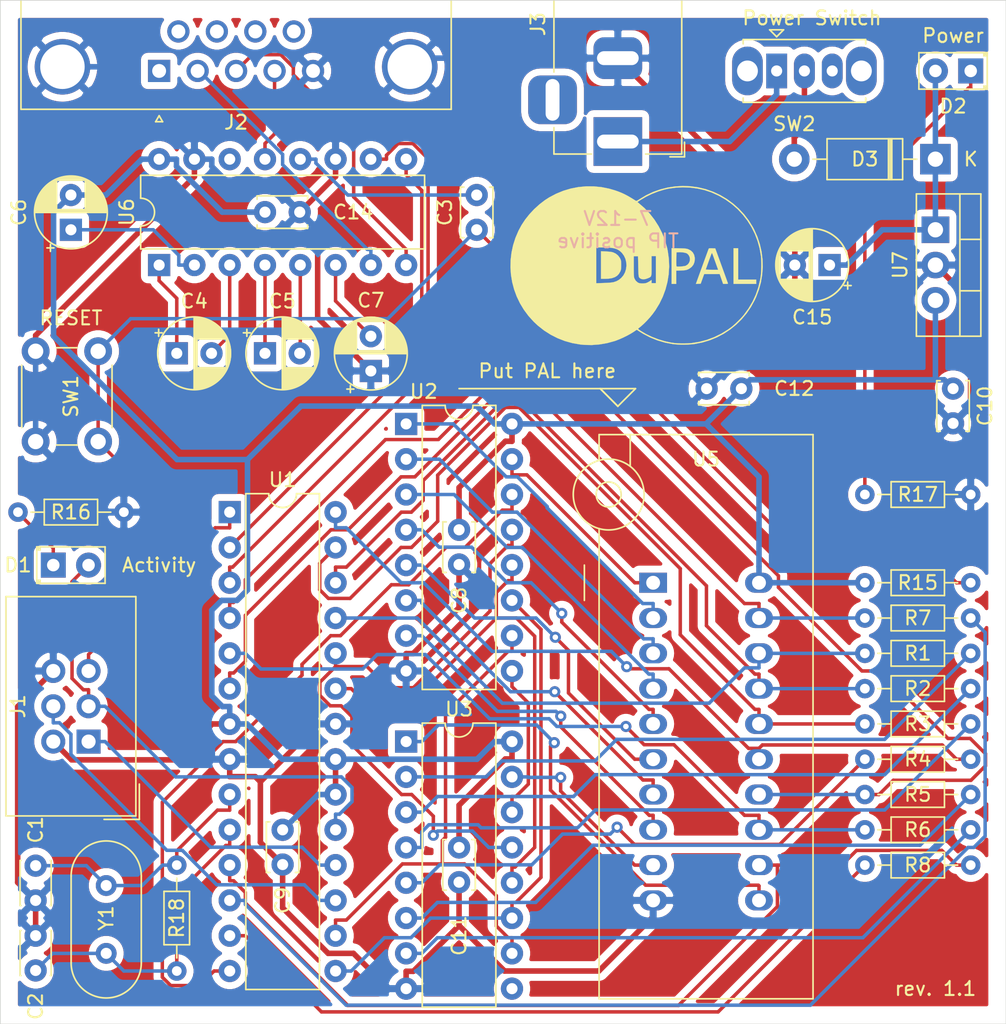
<source format=kicad_pcb>
(kicad_pcb (version 20171130) (host pcbnew 5.1.6-1.fc32)
  (layers (0 F.Cu signal hide) (31 B.Cu signal hide) (34 B.Paste user) (35 F.Paste user) (36 B.SilkS user) (37 F.SilkS user) (38 B.Mask user) (39 F.Mask user) (44 Edge.Cuts user))
  (net 0 "")
  (net 1 /XTAL1)
  (net 2 GND)
  (net 3 /XTAL2)
  (net 4 "Net-(C3-Pad2)")
  (net 5 /~RESET)
  (net 6 "Net-(C4-Pad2)")
  (net 7 "Net-(C4-Pad1)")
  (net 8 "Net-(C5-Pad2)")
  (net 9 "Net-(C5-Pad1)")
  (net 10 VCC)
  (net 11 "Net-(C6-Pad1)")
  (net 12 "Net-(C7-Pad2)")
  (net 13 /RECT_V12)
  (net 14 /SCK)
  (net 15 "Net-(D1-Pad1)")
  (net 16 "Net-(D2-Pad1)")
  (net 17 /SW_12V)
  (net 18 /MOSI)
  (net 19 /MISO)
  (net 20 /RS232-DTR)
  (net 21 /RS232-TX)
  (net 22 /RS232-RX)
  (net 23 +12V)
  (net 24 /PAL_IO1)
  (net 25 "Net-(R1-Pad1)")
  (net 26 /PAL_IO2)
  (net 27 "Net-(R2-Pad1)")
  (net 28 /PAL_IO3)
  (net 29 "Net-(R3-Pad1)")
  (net 30 /PAL_IO4)
  (net 31 "Net-(R4-Pad1)")
  (net 32 /PAL_IO5)
  (net 33 "Net-(R5-Pad1)")
  (net 34 /PAL_IO6)
  (net 35 "Net-(R6-Pad1)")
  (net 36 /PAL_TRIO1)
  (net 37 "Net-(R7-Pad1)")
  (net 38 /PAL_TRIO2)
  (net 39 "Net-(R8-Pad1)")
  (net 40 /SHFT_SER)
  (net 41 /~SHFT_OE)
  (net 42 /SHFT_RCLK)
  (net 43 /TTL-TX)
  (net 44 /~SHFT_RESET)
  (net 45 /TTL-RX)
  (net 46 /SHFT_CLK)
  (net 47 /PAL_I1)
  (net 48 /PAL_I8)
  (net 49 /PAL_I7)
  (net 50 /PAL_I6)
  (net 51 /PAL_I5)
  (net 52 /PAL_I4)
  (net 53 /PAL_I3)
  (net 54 "Net-(U2-Pad9)")
  (net 55 /PAL_I2)
  (net 56 /PAL_I9)
  (net 57 /PAL_I10)
  (module logo:logo (layer F.Cu) (at 74.93 101.6)
    (fp_text reference G*** hide)
    (fp_text value LOGO hide)
  )
  (module Crystal:Crystal_HC49-U_Vertical (layer F.Cu) (at 34.29 138.43 90)
    (fp_text reference Y1 (at 2.54 0 90) (layer F.SilkS))
    (fp_text value 8Mhz)
    (pad 2 thru_hole circle (at 4.88 0 90) (size 1.5 1.5) (drill 0.8) (layers *.Cu *.Mask) (net 1 /XTAL1))
    (pad 1 thru_hole circle (at 0 0 90) (size 1.5 1.5) (drill 0.8) (layers *.Cu *.Mask) (net 3 /XTAL2))
  )
  (module Package_TO_SOT_THT:TO-220-3_Vertical (layer F.Cu) (at 93.98 86.36 270)
    (fp_text reference U7 (at 2.54 2.54 90) (layer F.SilkS))
    (fp_text value L7805)
    (pad 3 thru_hole oval (at 5.08 0 270) (size 1.905 2) (drill 1.1) (layers *.Cu *.Mask) (net 10 VCC))
    (pad 2 thru_hole oval (at 2.54 0 270) (size 1.905 2) (drill 1.1) (layers *.Cu *.Mask) (net 2 GND))
    (pad 1 thru_hole rect (at 0 0 270) (size 1.905 2) (drill 1.1) (layers *.Cu *.Mask) (net 13 /RECT_V12))
  )
  (module Package_DIP:DIP-16_W7.62mm (layer F.Cu) (at 38.1 88.9 90)
    (fp_text reference U6 (at 3.81 -2.33 90) (layer F.SilkS))
    (fp_text value MAX232)
    (pad 16 thru_hole oval (at 7.62 0 90) (size 1.6 1.6) (drill 0.8) (layers *.Cu *.Mask) (net 10 VCC))
    (pad 8 thru_hole oval (at 0 17.78 90) (size 1.6 1.6) (drill 0.8) (layers *.Cu *.Mask) (net 21 /RS232-TX))
    (pad 15 thru_hole oval (at 7.62 2.54 90) (size 1.6 1.6) (drill 0.8) (layers *.Cu *.Mask) (net 2 GND))
    (pad 7 thru_hole oval (at 0 15.24 90) (size 1.6 1.6) (drill 0.8) (layers *.Cu *.Mask) (net 22 /RS232-RX))
    (pad 14 thru_hole oval (at 7.62 5.08 90) (size 1.6 1.6) (drill 0.8) (layers *.Cu *.Mask))
    (pad 6 thru_hole oval (at 0 12.7 90) (size 1.6 1.6) (drill 0.8) (layers *.Cu *.Mask) (net 12 "Net-(C7-Pad2)"))
    (pad 13 thru_hole oval (at 7.62 7.62 90) (size 1.6 1.6) (drill 0.8) (layers *.Cu *.Mask) (net 20 /RS232-DTR))
    (pad 5 thru_hole oval (at 0 10.16 90) (size 1.6 1.6) (drill 0.8) (layers *.Cu *.Mask) (net 8 "Net-(C5-Pad2)"))
    (pad 12 thru_hole oval (at 7.62 10.16 90) (size 1.6 1.6) (drill 0.8) (layers *.Cu *.Mask) (net 4 "Net-(C3-Pad2)"))
    (pad 4 thru_hole oval (at 0 7.62 90) (size 1.6 1.6) (drill 0.8) (layers *.Cu *.Mask) (net 9 "Net-(C5-Pad1)"))
    (pad 11 thru_hole oval (at 7.62 12.7 90) (size 1.6 1.6) (drill 0.8) (layers *.Cu *.Mask) (net 2 GND))
    (pad 3 thru_hole oval (at 0 5.08 90) (size 1.6 1.6) (drill 0.8) (layers *.Cu *.Mask) (net 6 "Net-(C4-Pad2)"))
    (pad 10 thru_hole oval (at 7.62 15.24 90) (size 1.6 1.6) (drill 0.8) (layers *.Cu *.Mask) (net 43 /TTL-TX))
    (pad 2 thru_hole oval (at 0 2.54 90) (size 1.6 1.6) (drill 0.8) (layers *.Cu *.Mask) (net 11 "Net-(C6-Pad1)"))
    (pad 9 thru_hole oval (at 7.62 17.78 90) (size 1.6 1.6) (drill 0.8) (layers *.Cu *.Mask) (net 45 /TTL-RX))
    (pad 1 thru_hole rect (at 0 0 90) (size 1.6 1.6) (drill 0.8) (layers *.Cu *.Mask) (net 7 "Net-(C4-Pad1)"))
  )
  (module Socket:DIP_Socket-20_W4.3_W5.08_W7.62_W10.16_W10.9_3M_220-3342-00-0602J (layer F.Cu) (at 73.66 111.76)
    (fp_text reference U5 (at 3.81 -8.89) (layer F.SilkS))
    (fp_text value PAL16L8)
    (pad 11 thru_hole oval (at 7.62 22.86) (size 2 1.44) (drill 1) (layers *.Cu *.Mask) (net 57 /PAL_I10))
    (pad 10 thru_hole oval (at 0 22.86) (size 2 1.44) (drill 1) (layers *.Cu *.Mask) (net 2 GND))
    (pad 12 thru_hole oval (at 7.62 20.32) (size 2 1.44) (drill 1) (layers *.Cu *.Mask) (net 38 /PAL_TRIO2))
    (pad 9 thru_hole oval (at 0 20.32) (size 2 1.44) (drill 1) (layers *.Cu *.Mask) (net 56 /PAL_I9))
    (pad 13 thru_hole oval (at 7.62 17.78) (size 2 1.44) (drill 1) (layers *.Cu *.Mask) (net 34 /PAL_IO6))
    (pad 8 thru_hole oval (at 0 17.78) (size 2 1.44) (drill 1) (layers *.Cu *.Mask) (net 48 /PAL_I8))
    (pad 14 thru_hole oval (at 7.62 15.24) (size 2 1.44) (drill 1) (layers *.Cu *.Mask) (net 32 /PAL_IO5))
    (pad 7 thru_hole oval (at 0 15.24) (size 2 1.44) (drill 1) (layers *.Cu *.Mask) (net 49 /PAL_I7))
    (pad 15 thru_hole oval (at 7.62 12.7) (size 2 1.44) (drill 1) (layers *.Cu *.Mask) (net 30 /PAL_IO4))
    (pad 6 thru_hole oval (at 0 12.7) (size 2 1.44) (drill 1) (layers *.Cu *.Mask) (net 50 /PAL_I6))
    (pad 16 thru_hole oval (at 7.62 10.16) (size 2 1.44) (drill 1) (layers *.Cu *.Mask) (net 28 /PAL_IO3))
    (pad 5 thru_hole oval (at 0 10.16) (size 2 1.44) (drill 1) (layers *.Cu *.Mask) (net 51 /PAL_I5))
    (pad 17 thru_hole oval (at 7.62 7.62) (size 2 1.44) (drill 1) (layers *.Cu *.Mask) (net 26 /PAL_IO2))
    (pad 4 thru_hole oval (at 0 7.62) (size 2 1.44) (drill 1) (layers *.Cu *.Mask) (net 52 /PAL_I4))
    (pad 18 thru_hole oval (at 7.62 5.08) (size 2 1.44) (drill 1) (layers *.Cu *.Mask) (net 24 /PAL_IO1))
    (pad 3 thru_hole oval (at 0 5.08) (size 2 1.44) (drill 1) (layers *.Cu *.Mask) (net 53 /PAL_I3))
    (pad 19 thru_hole oval (at 7.62 2.54) (size 2 1.44) (drill 1) (layers *.Cu *.Mask) (net 36 /PAL_TRIO1))
    (pad 2 thru_hole oval (at 0 2.54) (size 2 1.44) (drill 1) (layers *.Cu *.Mask) (net 55 /PAL_I2))
    (pad 20 thru_hole oval (at 7.62 0) (size 2 1.44) (drill 1) (layers *.Cu *.Mask) (net 10 VCC))
    (pad 1 thru_hole rect (at 0 0) (size 2 1.44) (drill 1) (layers *.Cu *.Mask) (net 47 /PAL_I1))
  )
  (module Package_DIP:DIP-16_W7.62mm (layer F.Cu) (at 55.88 123.19)
    (fp_text reference U3 (at 3.81 -2.33) (layer F.SilkS))
    (fp_text value 74HC595)
    (pad 16 thru_hole oval (at 7.62 0) (size 1.6 1.6) (drill 0.8) (layers *.Cu *.Mask) (net 10 VCC))
    (pad 8 thru_hole oval (at 0 17.78) (size 1.6 1.6) (drill 0.8) (layers *.Cu *.Mask) (net 2 GND))
    (pad 15 thru_hole oval (at 7.62 2.54) (size 1.6 1.6) (drill 0.8) (layers *.Cu *.Mask) (net 56 /PAL_I9))
    (pad 7 thru_hole oval (at 0 15.24) (size 1.6 1.6) (drill 0.8) (layers *.Cu *.Mask) (net 35 "Net-(R6-Pad1)"))
    (pad 14 thru_hole oval (at 7.62 5.08) (size 1.6 1.6) (drill 0.8) (layers *.Cu *.Mask) (net 54 "Net-(U2-Pad9)"))
    (pad 6 thru_hole oval (at 0 12.7) (size 1.6 1.6) (drill 0.8) (layers *.Cu *.Mask) (net 33 "Net-(R5-Pad1)"))
    (pad 13 thru_hole oval (at 7.62 7.62) (size 1.6 1.6) (drill 0.8) (layers *.Cu *.Mask) (net 41 /~SHFT_OE))
    (pad 5 thru_hole oval (at 0 10.16) (size 1.6 1.6) (drill 0.8) (layers *.Cu *.Mask) (net 31 "Net-(R4-Pad1)"))
    (pad 12 thru_hole oval (at 7.62 10.16) (size 1.6 1.6) (drill 0.8) (layers *.Cu *.Mask) (net 42 /SHFT_RCLK))
    (pad 4 thru_hole oval (at 0 7.62) (size 1.6 1.6) (drill 0.8) (layers *.Cu *.Mask) (net 29 "Net-(R3-Pad1)"))
    (pad 11 thru_hole oval (at 7.62 12.7) (size 1.6 1.6) (drill 0.8) (layers *.Cu *.Mask) (net 46 /SHFT_CLK))
    (pad 3 thru_hole oval (at 0 5.08) (size 1.6 1.6) (drill 0.8) (layers *.Cu *.Mask) (net 27 "Net-(R2-Pad1)"))
    (pad 10 thru_hole oval (at 7.62 15.24) (size 1.6 1.6) (drill 0.8) (layers *.Cu *.Mask) (net 44 /~SHFT_RESET))
    (pad 2 thru_hole oval (at 0 2.54) (size 1.6 1.6) (drill 0.8) (layers *.Cu *.Mask) (net 25 "Net-(R1-Pad1)"))
    (pad 9 thru_hole oval (at 7.62 17.78) (size 1.6 1.6) (drill 0.8) (layers *.Cu *.Mask))
    (pad 1 thru_hole rect (at 0 0) (size 1.6 1.6) (drill 0.8) (layers *.Cu *.Mask) (net 57 /PAL_I10))
  )
  (module Package_DIP:DIP-16_W7.62mm (layer F.Cu) (at 55.88 100.33)
    (fp_text reference U2 (at 1.27 -2.33) (layer F.SilkS))
    (fp_text value 74HC595)
    (pad 16 thru_hole oval (at 7.62 0) (size 1.6 1.6) (drill 0.8) (layers *.Cu *.Mask) (net 10 VCC))
    (pad 8 thru_hole oval (at 0 17.78) (size 1.6 1.6) (drill 0.8) (layers *.Cu *.Mask) (net 2 GND))
    (pad 15 thru_hole oval (at 7.62 2.54) (size 1.6 1.6) (drill 0.8) (layers *.Cu *.Mask) (net 47 /PAL_I1))
    (pad 7 thru_hole oval (at 0 15.24) (size 1.6 1.6) (drill 0.8) (layers *.Cu *.Mask) (net 48 /PAL_I8))
    (pad 14 thru_hole oval (at 7.62 5.08) (size 1.6 1.6) (drill 0.8) (layers *.Cu *.Mask) (net 40 /SHFT_SER))
    (pad 6 thru_hole oval (at 0 12.7) (size 1.6 1.6) (drill 0.8) (layers *.Cu *.Mask) (net 49 /PAL_I7))
    (pad 13 thru_hole oval (at 7.62 7.62) (size 1.6 1.6) (drill 0.8) (layers *.Cu *.Mask) (net 41 /~SHFT_OE))
    (pad 5 thru_hole oval (at 0 10.16) (size 1.6 1.6) (drill 0.8) (layers *.Cu *.Mask) (net 50 /PAL_I6))
    (pad 12 thru_hole oval (at 7.62 10.16) (size 1.6 1.6) (drill 0.8) (layers *.Cu *.Mask) (net 42 /SHFT_RCLK))
    (pad 4 thru_hole oval (at 0 7.62) (size 1.6 1.6) (drill 0.8) (layers *.Cu *.Mask) (net 51 /PAL_I5))
    (pad 11 thru_hole oval (at 7.62 12.7) (size 1.6 1.6) (drill 0.8) (layers *.Cu *.Mask) (net 46 /SHFT_CLK))
    (pad 3 thru_hole oval (at 0 5.08) (size 1.6 1.6) (drill 0.8) (layers *.Cu *.Mask) (net 52 /PAL_I4))
    (pad 10 thru_hole oval (at 7.62 15.24) (size 1.6 1.6) (drill 0.8) (layers *.Cu *.Mask) (net 44 /~SHFT_RESET))
    (pad 2 thru_hole oval (at 0 2.54) (size 1.6 1.6) (drill 0.8) (layers *.Cu *.Mask) (net 53 /PAL_I3))
    (pad 9 thru_hole oval (at 7.62 17.78) (size 1.6 1.6) (drill 0.8) (layers *.Cu *.Mask) (net 54 "Net-(U2-Pad9)"))
    (pad 1 thru_hole rect (at 0 0) (size 1.6 1.6) (drill 0.8) (layers *.Cu *.Mask) (net 55 /PAL_I2))
  )
  (module Package_DIP:DIP-28_W7.62mm (layer F.Cu) (at 43.18 106.68)
    (fp_text reference U1 (at 3.81 -2.33) (layer F.SilkS))
    (fp_text value ATmega8A-PU)
    (pad 28 thru_hole oval (at 7.62 0) (size 1.6 1.6) (drill 0.8) (layers *.Cu *.Mask) (net 30 /PAL_IO4))
    (pad 14 thru_hole oval (at 0 33.02) (size 1.6 1.6) (drill 0.8) (layers *.Cu *.Mask) (net 40 /SHFT_SER))
    (pad 27 thru_hole oval (at 7.62 2.54) (size 1.6 1.6) (drill 0.8) (layers *.Cu *.Mask) (net 28 /PAL_IO3))
    (pad 13 thru_hole oval (at 0 30.48) (size 1.6 1.6) (drill 0.8) (layers *.Cu *.Mask) (net 39 "Net-(R8-Pad1)"))
    (pad 26 thru_hole oval (at 7.62 5.08) (size 1.6 1.6) (drill 0.8) (layers *.Cu *.Mask) (net 26 /PAL_IO2))
    (pad 12 thru_hole oval (at 0 27.94) (size 1.6 1.6) (drill 0.8) (layers *.Cu *.Mask) (net 37 "Net-(R7-Pad1)"))
    (pad 25 thru_hole oval (at 7.62 7.62) (size 1.6 1.6) (drill 0.8) (layers *.Cu *.Mask) (net 24 /PAL_IO1))
    (pad 11 thru_hole oval (at 0 25.4) (size 1.6 1.6) (drill 0.8) (layers *.Cu *.Mask) (net 38 /PAL_TRIO2))
    (pad 24 thru_hole oval (at 7.62 10.16) (size 1.6 1.6) (drill 0.8) (layers *.Cu *.Mask) (net 41 /~SHFT_OE))
    (pad 10 thru_hole oval (at 0 22.86) (size 1.6 1.6) (drill 0.8) (layers *.Cu *.Mask) (net 3 /XTAL2))
    (pad 23 thru_hole oval (at 7.62 12.7) (size 1.6 1.6) (drill 0.8) (layers *.Cu *.Mask) (net 42 /SHFT_RCLK))
    (pad 9 thru_hole oval (at 0 20.32) (size 1.6 1.6) (drill 0.8) (layers *.Cu *.Mask) (net 1 /XTAL1))
    (pad 22 thru_hole oval (at 7.62 15.24) (size 1.6 1.6) (drill 0.8) (layers *.Cu *.Mask) (net 2 GND))
    (pad 8 thru_hole oval (at 0 17.78) (size 1.6 1.6) (drill 0.8) (layers *.Cu *.Mask) (net 2 GND))
    (pad 21 thru_hole oval (at 7.62 17.78) (size 1.6 1.6) (drill 0.8) (layers *.Cu *.Mask) (net 10 VCC))
    (pad 7 thru_hole oval (at 0 15.24) (size 1.6 1.6) (drill 0.8) (layers *.Cu *.Mask) (net 10 VCC))
    (pad 20 thru_hole oval (at 7.62 20.32) (size 1.6 1.6) (drill 0.8) (layers *.Cu *.Mask) (net 10 VCC))
    (pad 6 thru_hole oval (at 0 12.7) (size 1.6 1.6) (drill 0.8) (layers *.Cu *.Mask) (net 36 /PAL_TRIO1))
    (pad 19 thru_hole oval (at 7.62 22.86) (size 1.6 1.6) (drill 0.8) (layers *.Cu *.Mask) (net 14 /SCK))
    (pad 5 thru_hole oval (at 0 10.16) (size 1.6 1.6) (drill 0.8) (layers *.Cu *.Mask) (net 34 /PAL_IO6))
    (pad 18 thru_hole oval (at 7.62 25.4) (size 1.6 1.6) (drill 0.8) (layers *.Cu *.Mask) (net 19 /MISO))
    (pad 4 thru_hole oval (at 0 7.62) (size 1.6 1.6) (drill 0.8) (layers *.Cu *.Mask) (net 32 /PAL_IO5))
    (pad 17 thru_hole oval (at 7.62 27.94) (size 1.6 1.6) (drill 0.8) (layers *.Cu *.Mask) (net 18 /MOSI))
    (pad 3 thru_hole oval (at 0 5.08) (size 1.6 1.6) (drill 0.8) (layers *.Cu *.Mask) (net 43 /TTL-TX))
    (pad 16 thru_hole oval (at 7.62 30.48) (size 1.6 1.6) (drill 0.8) (layers *.Cu *.Mask) (net 44 /~SHFT_RESET))
    (pad 2 thru_hole oval (at 0 2.54) (size 1.6 1.6) (drill 0.8) (layers *.Cu *.Mask) (net 45 /TTL-RX))
    (pad 15 thru_hole oval (at 7.62 33.02) (size 1.6 1.6) (drill 0.8) (layers *.Cu *.Mask) (net 46 /SHFT_CLK))
    (pad 1 thru_hole rect (at 0 0) (size 1.6 1.6) (drill 0.8) (layers *.Cu *.Mask) (net 5 /~RESET))
  )
  (module Button_Switch_THT:SW_Slide_1P2T_CK_OS102011MS2Q (layer F.Cu) (at 82.55 74.93)
    (fp_text reference SW2 (at 1.27 3.81) (layer F.SilkS))
    (fp_text value Power)
    (pad "" thru_hole oval (at 6.1 0) (size 2.2 3.5) (drill 1.5) (layers *.Cu *.Mask))
    (pad "" thru_hole oval (at -2.1 0) (size 2.2 3.5) (drill 1.5) (layers *.Cu *.Mask))
    (pad 3 thru_hole oval (at 4 0) (size 1.5 2.5) (drill 0.8) (layers *.Cu *.Mask))
    (pad 2 thru_hole oval (at 2 0) (size 1.5 2.5) (drill 0.8) (layers *.Cu *.Mask) (net 17 /SW_12V))
    (pad 1 thru_hole rect (at 0 0) (size 1.5 2.5) (drill 0.8) (layers *.Cu *.Mask) (net 23 +12V))
  )
  (module Button_Switch_THT:SW_PUSH_6mm (layer F.Cu) (at 29.21 101.6 90)
    (fp_text reference SW1 (at 3.25 2.54 90) (layer F.SilkS))
    (fp_text value SW_Push)
    (pad 1 thru_hole circle (at 6.5 0 180) (size 2 2) (drill 1.1) (layers *.Cu *.Mask) (net 2 GND))
    (pad 2 thru_hole circle (at 6.5 4.5 180) (size 2 2) (drill 1.1) (layers *.Cu *.Mask) (net 5 /~RESET))
    (pad 1 thru_hole circle (at 0 0 180) (size 2 2) (drill 1.1) (layers *.Cu *.Mask) (net 2 GND))
    (pad 2 thru_hole circle (at 0 4.5 180) (size 2 2) (drill 1.1) (layers *.Cu *.Mask) (net 5 /~RESET))
  )
  (module Resistor_THT:R_Axial_DIN0204_L3.6mm_D1.6mm_P7.62mm_Horizontal (layer F.Cu) (at 39.37 139.7 90)
    (fp_text reference R18 (at 3.81 0 90) (layer F.SilkS))
    (fp_text value 1M)
    (pad 2 thru_hole oval (at 7.62 0 90) (size 1.4 1.4) (drill 0.7) (layers *.Cu *.Mask) (net 1 /XTAL1))
    (pad 1 thru_hole circle (at 0 0 90) (size 1.4 1.4) (drill 0.7) (layers *.Cu *.Mask) (net 3 /XTAL2))
  )
  (module Resistor_THT:R_Axial_DIN0204_L3.6mm_D1.6mm_P7.62mm_Horizontal (layer F.Cu) (at 88.9 105.41)
    (fp_text reference R17 (at 3.81 0) (layer F.SilkS))
    (fp_text value 1.2K)
    (pad 2 thru_hole oval (at 7.62 0) (size 1.4 1.4) (drill 0.7) (layers *.Cu *.Mask) (net 2 GND))
    (pad 1 thru_hole circle (at 0 0) (size 1.4 1.4) (drill 0.7) (layers *.Cu *.Mask) (net 16 "Net-(D2-Pad1)"))
  )
  (module Resistor_THT:R_Axial_DIN0204_L3.6mm_D1.6mm_P7.62mm_Horizontal (layer F.Cu) (at 27.94 106.68)
    (fp_text reference R16 (at 3.81 0) (layer F.SilkS))
    (fp_text value 470)
    (pad 2 thru_hole oval (at 7.62 0) (size 1.4 1.4) (drill 0.7) (layers *.Cu *.Mask) (net 2 GND))
    (pad 1 thru_hole circle (at 0 0) (size 1.4 1.4) (drill 0.7) (layers *.Cu *.Mask) (net 15 "Net-(D1-Pad1)"))
  )
  (module Resistor_THT:R_Axial_DIN0204_L3.6mm_D1.6mm_P7.62mm_Horizontal (layer F.Cu) (at 88.9 111.76)
    (fp_text reference R15 (at 3.81 0) (layer F.SilkS))
    (fp_text value 10K)
    (pad 2 thru_hole oval (at 7.62 0) (size 1.4 1.4) (drill 0.7) (layers *.Cu *.Mask) (net 5 /~RESET))
    (pad 1 thru_hole circle (at 0 0) (size 1.4 1.4) (drill 0.7) (layers *.Cu *.Mask) (net 10 VCC))
  )
  (module Resistor_THT:R_Axial_DIN0204_L3.6mm_D1.6mm_P7.62mm_Horizontal (layer F.Cu) (at 88.9 132.08)
    (fp_text reference R8 (at 3.81 0) (layer F.SilkS))
    (fp_text value 10K)
    (pad 2 thru_hole oval (at 7.62 0) (size 1.4 1.4) (drill 0.7) (layers *.Cu *.Mask) (net 38 /PAL_TRIO2))
    (pad 1 thru_hole circle (at 0 0) (size 1.4 1.4) (drill 0.7) (layers *.Cu *.Mask) (net 39 "Net-(R8-Pad1)"))
  )
  (module Resistor_THT:R_Axial_DIN0204_L3.6mm_D1.6mm_P7.62mm_Horizontal (layer F.Cu) (at 96.52 114.3 180)
    (fp_text reference R7 (at 3.81 0) (layer F.SilkS))
    (fp_text value 10K)
    (pad 2 thru_hole oval (at 7.62 0 180) (size 1.4 1.4) (drill 0.7) (layers *.Cu *.Mask) (net 36 /PAL_TRIO1))
    (pad 1 thru_hole circle (at 0 0 180) (size 1.4 1.4) (drill 0.7) (layers *.Cu *.Mask) (net 37 "Net-(R7-Pad1)"))
  )
  (module Resistor_THT:R_Axial_DIN0204_L3.6mm_D1.6mm_P7.62mm_Horizontal (layer F.Cu) (at 96.52 129.54 180)
    (fp_text reference R6 (at 3.81 0) (layer F.SilkS))
    (fp_text value 10K)
    (pad 2 thru_hole oval (at 7.62 0 180) (size 1.4 1.4) (drill 0.7) (layers *.Cu *.Mask) (net 34 /PAL_IO6))
    (pad 1 thru_hole circle (at 0 0 180) (size 1.4 1.4) (drill 0.7) (layers *.Cu *.Mask) (net 35 "Net-(R6-Pad1)"))
  )
  (module Resistor_THT:R_Axial_DIN0204_L3.6mm_D1.6mm_P7.62mm_Horizontal (layer F.Cu) (at 96.52 127 180)
    (fp_text reference R5 (at 3.81 0) (layer F.SilkS))
    (fp_text value 10K)
    (pad 2 thru_hole oval (at 7.62 0 180) (size 1.4 1.4) (drill 0.7) (layers *.Cu *.Mask) (net 32 /PAL_IO5))
    (pad 1 thru_hole circle (at 0 0 180) (size 1.4 1.4) (drill 0.7) (layers *.Cu *.Mask) (net 33 "Net-(R5-Pad1)"))
  )
  (module Resistor_THT:R_Axial_DIN0204_L3.6mm_D1.6mm_P7.62mm_Horizontal (layer F.Cu) (at 88.9 124.46)
    (fp_text reference R4 (at 3.81 0) (layer F.SilkS))
    (fp_text value 10K)
    (pad 2 thru_hole oval (at 7.62 0) (size 1.4 1.4) (drill 0.7) (layers *.Cu *.Mask) (net 30 /PAL_IO4))
    (pad 1 thru_hole circle (at 0 0) (size 1.4 1.4) (drill 0.7) (layers *.Cu *.Mask) (net 31 "Net-(R4-Pad1)"))
  )
  (module Resistor_THT:R_Axial_DIN0204_L3.6mm_D1.6mm_P7.62mm_Horizontal (layer F.Cu) (at 96.52 121.92 180)
    (fp_text reference R3 (at 3.81 0) (layer F.SilkS))
    (fp_text value 10K)
    (pad 2 thru_hole oval (at 7.62 0 180) (size 1.4 1.4) (drill 0.7) (layers *.Cu *.Mask) (net 28 /PAL_IO3))
    (pad 1 thru_hole circle (at 0 0 180) (size 1.4 1.4) (drill 0.7) (layers *.Cu *.Mask) (net 29 "Net-(R3-Pad1)"))
  )
  (module Resistor_THT:R_Axial_DIN0204_L3.6mm_D1.6mm_P7.62mm_Horizontal (layer F.Cu) (at 96.52 119.38 180)
    (fp_text reference R2 (at 3.81 0) (layer F.SilkS))
    (fp_text value 10K)
    (pad 2 thru_hole oval (at 7.62 0 180) (size 1.4 1.4) (drill 0.7) (layers *.Cu *.Mask) (net 26 /PAL_IO2))
    (pad 1 thru_hole circle (at 0 0 180) (size 1.4 1.4) (drill 0.7) (layers *.Cu *.Mask) (net 27 "Net-(R2-Pad1)"))
  )
  (module Resistor_THT:R_Axial_DIN0204_L3.6mm_D1.6mm_P7.62mm_Horizontal (layer F.Cu) (at 96.52 116.84 180)
    (fp_text reference R1 (at 3.81 0) (layer F.SilkS))
    (fp_text value 10K)
    (pad 2 thru_hole oval (at 7.62 0 180) (size 1.4 1.4) (drill 0.7) (layers *.Cu *.Mask) (net 24 /PAL_IO1))
    (pad 1 thru_hole circle (at 0 0 180) (size 1.4 1.4) (drill 0.7) (layers *.Cu *.Mask) (net 25 "Net-(R1-Pad1)"))
  )
  (module Connector_BarrelJack:BarrelJack_Horizontal (layer F.Cu) (at 71.12 80.01 270)
    (fp_text reference J3 (at -8.45 5.75 90) (layer F.SilkS))
    (fp_text value "Power IN")
    (pad 3 thru_hole roundrect (at -3 4.7 270) (size 3.5 3.5) (drill oval 3 1) (layers *.Cu *.Mask))
    (pad 2 thru_hole roundrect (at -6 0 270) (size 3 3.5) (drill oval 1 3) (layers *.Cu *.Mask) (net 2 GND))
    (pad 1 thru_hole rect (at 0 0 270) (size 3.5 3.5) (drill oval 1 3) (layers *.Cu *.Mask) (net 23 +12V))
  )
  (module Connector_Dsub:DSUB-9_Female_Horizontal_P2.77x2.84mm_EdgePinOffset4.94mm_Housed_MountingHolesOffset7.48mm (layer F.Cu) (at 38.1 74.93 180)
    (fp_text reference J2 (at -5.54 -3.7) (layer F.SilkS))
    (fp_text value RS232)
    (pad 0 thru_hole circle (at 6.96 0.3 180) (size 4 4) (drill 3.2) (layers *.Cu *.Mask) (net 2 GND))
    (pad 0 thru_hole circle (at -18.04 0.3 180) (size 4 4) (drill 3.2) (layers *.Cu *.Mask) (net 2 GND))
    (pad 9 thru_hole circle (at -9.695 2.84 180) (size 1.6 1.6) (drill 1) (layers *.Cu *.Mask))
    (pad 8 thru_hole circle (at -6.925 2.84 180) (size 1.6 1.6) (drill 1) (layers *.Cu *.Mask))
    (pad 7 thru_hole circle (at -4.155 2.84 180) (size 1.6 1.6) (drill 1) (layers *.Cu *.Mask))
    (pad 6 thru_hole circle (at -1.385 2.84 180) (size 1.6 1.6) (drill 1) (layers *.Cu *.Mask))
    (pad 5 thru_hole circle (at -11.08 0 180) (size 1.6 1.6) (drill 1) (layers *.Cu *.Mask) (net 2 GND))
    (pad 4 thru_hole circle (at -8.31 0 180) (size 1.6 1.6) (drill 1) (layers *.Cu *.Mask) (net 20 /RS232-DTR))
    (pad 3 thru_hole circle (at -5.54 0 180) (size 1.6 1.6) (drill 1) (layers *.Cu *.Mask) (net 21 /RS232-TX))
    (pad 2 thru_hole circle (at -2.77 0 180) (size 1.6 1.6) (drill 1) (layers *.Cu *.Mask) (net 22 /RS232-RX))
    (pad 1 thru_hole rect (at 0 0 180) (size 1.6 1.6) (drill 1) (layers *.Cu *.Mask))
  )
  (module Connector_IDC:IDC-Header_2x03_P2.54mm_Vertical (layer F.Cu) (at 33.02 123.19 180)
    (fp_text reference J1 (at 5.08 2.54 90) (layer F.SilkS))
    (fp_text value AVR-ISP-6)
    (pad 6 thru_hole oval (at 2.54 5.08 180) (size 1.7272 1.7272) (drill 1.016) (layers *.Cu *.Mask) (net 2 GND))
    (pad 5 thru_hole oval (at 0 5.08 180) (size 1.7272 1.7272) (drill 1.016) (layers *.Cu *.Mask) (net 5 /~RESET))
    (pad 4 thru_hole oval (at 2.54 2.54 180) (size 1.7272 1.7272) (drill 1.016) (layers *.Cu *.Mask) (net 18 /MOSI))
    (pad 3 thru_hole oval (at 0 2.54 180) (size 1.7272 1.7272) (drill 1.016) (layers *.Cu *.Mask) (net 14 /SCK))
    (pad 2 thru_hole oval (at 2.54 0 180) (size 1.7272 1.7272) (drill 1.016) (layers *.Cu *.Mask) (net 10 VCC))
    (pad 1 thru_hole rect (at 0 0 180) (size 1.7272 1.7272) (drill 1.016) (layers *.Cu *.Mask) (net 19 /MISO))
  )
  (module Diode_THT:D_DO-41_SOD81_P10.16mm_Horizontal (layer F.Cu) (at 93.98 81.28 180)
    (fp_text reference D3 (at 5.08 0) (layer F.SilkS))
    (fp_text value 1N4001)
    (fp_text user K (at -2.54 0) (layer F.SilkS))
    (pad 2 thru_hole oval (at 10.16 0 180) (size 2.2 2.2) (drill 1.1) (layers *.Cu *.Mask) (net 17 /SW_12V))
    (pad 1 thru_hole rect (at 0 0 180) (size 2.2 2.2) (drill 1.1) (layers *.Cu *.Mask) (net 13 /RECT_V12))
  )
  (module LED_THT:LED_D2.0mm_W4.8mm_H2.5mm_FlatTop (layer F.Cu) (at 96.52 74.93 180)
    (fp_text reference D2 (at 1.27 -2.54) (layer F.SilkS))
    (fp_text value POWER_LED)
    (pad 2 thru_hole circle (at 2.54 0 180) (size 1.8 1.8) (drill 0.9) (layers *.Cu *.Mask) (net 13 /RECT_V12))
    (pad 1 thru_hole rect (at 0 0 180) (size 1.8 1.8) (drill 0.9) (layers *.Cu *.Mask) (net 16 "Net-(D2-Pad1)"))
  )
  (module LED_THT:LED_D2.0mm_W4.8mm_H2.5mm_FlatTop (layer F.Cu) (at 30.48 110.49)
    (fp_text reference D1 (at -2.54 0) (layer F.SilkS))
    (fp_text value DATA_LED)
    (pad 2 thru_hole circle (at 2.54 0) (size 1.8 1.8) (drill 0.9) (layers *.Cu *.Mask) (net 14 /SCK))
    (pad 1 thru_hole rect (at 0 0) (size 1.8 1.8) (drill 0.9) (layers *.Cu *.Mask) (net 15 "Net-(D1-Pad1)"))
  )
  (module Capacitor_THT:CP_Radial_D5.0mm_P2.50mm (layer F.Cu) (at 86.36 88.9 180)
    (fp_text reference C15 (at 1.25 -3.75) (layer F.SilkS))
    (fp_text value 0.22uF)
    (pad 2 thru_hole circle (at 2.5 0 180) (size 1.6 1.6) (drill 0.8) (layers *.Cu *.Mask) (net 2 GND))
    (pad 1 thru_hole rect (at 0 0 180) (size 1.6 1.6) (drill 0.8) (layers *.Cu *.Mask) (net 13 /RECT_V12))
  )
  (module Capacitor_THT:C_Disc_D3.4mm_W2.1mm_P2.50mm (layer F.Cu) (at 45.72 85.09)
    (fp_text reference C14 (at 6.35 0) (layer F.SilkS))
    (fp_text value 100nF)
    (pad 2 thru_hole circle (at 2.5 0) (size 1.6 1.6) (drill 0.8) (layers *.Cu *.Mask) (net 2 GND))
    (pad 1 thru_hole circle (at 0 0) (size 1.6 1.6) (drill 0.8) (layers *.Cu *.Mask) (net 10 VCC))
  )
  (module Capacitor_THT:C_Disc_D3.4mm_W2.1mm_P2.50mm (layer F.Cu) (at 80.01 97.79 180)
    (fp_text reference C12 (at -3.81 0) (layer F.SilkS))
    (fp_text value 100nF)
    (pad 2 thru_hole circle (at 2.5 0 180) (size 1.6 1.6) (drill 0.8) (layers *.Cu *.Mask) (net 2 GND))
    (pad 1 thru_hole circle (at 0 0 180) (size 1.6 1.6) (drill 0.8) (layers *.Cu *.Mask) (net 10 VCC))
  )
  (module Capacitor_THT:C_Disc_D3.4mm_W2.1mm_P2.50mm (layer F.Cu) (at 59.69 130.81 270)
    (fp_text reference C11 (at 6.35 0 90) (layer F.SilkS))
    (fp_text value 100nF)
    (pad 2 thru_hole circle (at 2.5 0 270) (size 1.6 1.6) (drill 0.8) (layers *.Cu *.Mask) (net 2 GND))
    (pad 1 thru_hole circle (at 0 0 270) (size 1.6 1.6) (drill 0.8) (layers *.Cu *.Mask) (net 10 VCC))
  )
  (module Capacitor_THT:C_Disc_D3.4mm_W2.1mm_P2.50mm (layer F.Cu) (at 95.25 97.79 270)
    (fp_text reference C10 (at 1.25 -2.3 90) (layer F.SilkS))
    (fp_text value 100nF)
    (pad 2 thru_hole circle (at 2.5 0 270) (size 1.6 1.6) (drill 0.8) (layers *.Cu *.Mask) (net 2 GND))
    (pad 1 thru_hole circle (at 0 0 270) (size 1.6 1.6) (drill 0.8) (layers *.Cu *.Mask) (net 10 VCC))
  )
  (module Capacitor_THT:C_Disc_D3.4mm_W2.1mm_P2.50mm (layer F.Cu) (at 46.99 129.54 270)
    (fp_text reference C9 (at 5.08 0 90) (layer F.SilkS))
    (fp_text value 100nF)
    (pad 2 thru_hole circle (at 2.5 0 270) (size 1.6 1.6) (drill 0.8) (layers *.Cu *.Mask) (net 2 GND))
    (pad 1 thru_hole circle (at 0 0 270) (size 1.6 1.6) (drill 0.8) (layers *.Cu *.Mask) (net 10 VCC))
  )
  (module Capacitor_THT:C_Disc_D3.4mm_W2.1mm_P2.50mm (layer F.Cu) (at 59.69 107.95 270)
    (fp_text reference C8 (at 5.08 0 90) (layer F.SilkS))
    (fp_text value 100nF)
    (pad 2 thru_hole circle (at 2.5 0 270) (size 1.6 1.6) (drill 0.8) (layers *.Cu *.Mask) (net 2 GND))
    (pad 1 thru_hole circle (at 0 0 270) (size 1.6 1.6) (drill 0.8) (layers *.Cu *.Mask) (net 10 VCC))
  )
  (module Capacitor_THT:CP_Radial_D5.0mm_P2.50mm (layer F.Cu) (at 53.34 96.52 90)
    (fp_text reference C7 (at 5.08 0) (layer F.SilkS))
    (fp_text value 1.0uF)
    (pad 2 thru_hole circle (at 2.5 0 90) (size 1.6 1.6) (drill 0.8) (layers *.Cu *.Mask) (net 12 "Net-(C7-Pad2)"))
    (pad 1 thru_hole rect (at 0 0 90) (size 1.6 1.6) (drill 0.8) (layers *.Cu *.Mask) (net 2 GND))
  )
  (module Capacitor_THT:CP_Radial_D5.0mm_P2.50mm (layer F.Cu) (at 31.75 86.36 90)
    (fp_text reference C6 (at 1.25 -3.75 90) (layer F.SilkS))
    (fp_text value 1.0uF)
    (pad 2 thru_hole circle (at 2.5 0 90) (size 1.6 1.6) (drill 0.8) (layers *.Cu *.Mask) (net 10 VCC))
    (pad 1 thru_hole rect (at 0 0 90) (size 1.6 1.6) (drill 0.8) (layers *.Cu *.Mask) (net 11 "Net-(C6-Pad1)"))
  )
  (module Capacitor_THT:CP_Radial_D5.0mm_P2.50mm (layer F.Cu) (at 45.72 95.25)
    (fp_text reference C5 (at 1.25 -3.75) (layer F.SilkS))
    (fp_text value 1.0uF)
    (pad 2 thru_hole circle (at 2.5 0) (size 1.6 1.6) (drill 0.8) (layers *.Cu *.Mask) (net 8 "Net-(C5-Pad2)"))
    (pad 1 thru_hole rect (at 0 0) (size 1.6 1.6) (drill 0.8) (layers *.Cu *.Mask) (net 9 "Net-(C5-Pad1)"))
  )
  (module Capacitor_THT:CP_Radial_D5.0mm_P2.50mm (layer F.Cu) (at 39.37 95.25)
    (fp_text reference C4 (at 1.25 -3.75) (layer F.SilkS))
    (fp_text value 1.0uF)
    (pad 2 thru_hole circle (at 2.5 0) (size 1.6 1.6) (drill 0.8) (layers *.Cu *.Mask) (net 6 "Net-(C4-Pad2)"))
    (pad 1 thru_hole rect (at 0 0) (size 1.6 1.6) (drill 0.8) (layers *.Cu *.Mask) (net 7 "Net-(C4-Pad1)"))
  )
  (module Capacitor_THT:C_Disc_D3.4mm_W2.1mm_P2.50mm (layer F.Cu) (at 60.96 86.36 90)
    (fp_text reference C3 (at 1.25 -2.3 90) (layer F.SilkS))
    (fp_text value 100nF)
    (pad 2 thru_hole circle (at 2.5 0 90) (size 1.6 1.6) (drill 0.8) (layers *.Cu *.Mask) (net 4 "Net-(C3-Pad2)"))
    (pad 1 thru_hole circle (at 0 0 90) (size 1.6 1.6) (drill 0.8) (layers *.Cu *.Mask) (net 5 /~RESET))
  )
  (module Capacitor_THT:C_Disc_D3.0mm_W2.0mm_P2.50mm (layer F.Cu) (at 29.21 137.16 270)
    (fp_text reference C2 (at 5.08 0 90) (layer F.SilkS))
    (fp_text value 22pF)
    (pad 2 thru_hole circle (at 2.5 0 270) (size 1.6 1.6) (drill 0.8) (layers *.Cu *.Mask) (net 3 /XTAL2))
    (pad 1 thru_hole circle (at 0 0 270) (size 1.6 1.6) (drill 0.8) (layers *.Cu *.Mask) (net 2 GND))
  )
  (module Capacitor_THT:C_Disc_D3.0mm_W2.0mm_P2.50mm (layer F.Cu) (at 29.21 134.62 90)
    (fp_text reference C1 (at 5.08 0 90) (layer F.SilkS))
    (fp_text value 22pF)
    (pad 2 thru_hole circle (at 2.5 0 90) (size 1.6 1.6) (drill 0.8) (layers *.Cu *.Mask) (net 1 /XTAL1))
    (pad 1 thru_hole circle (at 0 0 90) (size 1.6 1.6) (drill 0.8) (layers *.Cu *.Mask) (net 2 GND))
  )
  (gr_text "rev. 1.1" (at 93.98 140.97) (layer F.SilkS) (effects (font (size 1 1))))
  (gr_text Power (at 95.25 72.39) (layer F.SilkS) (effects (font (size 1 1))))
  (gr_text Activity (at 38.1 110.49) (layer F.SilkS) (effects (font (size 1 1))))
  (gr_text RESET (at 31.75 92.71) (layer F.SilkS) (effects (font (size 1 1))))
  (gr_text "7-12V\nTIP positive" (at 71.12 86.36) (layer B.SilkS) (effects (font (size 1 1)) (justify mirror)))
  (gr_text "Power Switch" (at 85.09 71.12) (layer F.SilkS) (effects (font (size 1 1))))
  (gr_line (start 72.39 97.79) (end 71.12 99.06) (layer F.SilkS) (width 0.12))
  (gr_line (start 69.85 97.79) (end 71.12 99.06) (layer F.SilkS) (width 0.12))
  (gr_line (start 71.12 99.06) (end 69.85 97.79) (layer F.SilkS) (width 0.12))
  (gr_line (start 59.69 97.79) (end 72.39 97.79) (layer F.SilkS) (width 0.12))
  (gr_text "Put PAL here" (at 66.04 96.52) (layer F.SilkS) (effects (font (size 1 1))))
  (gr_line (start 99.06 69.85) (end 26.67 69.85) (layer Edge.Cuts) (width 0.05))
  (gr_line (start 99.06 143.51) (end 99.06 69.85) (layer Edge.Cuts) (width 0.05))
  (gr_line (start 26.67 143.51) (end 99.06 143.51) (layer Edge.Cuts) (width 0.05))
  (gr_line (start 26.67 69.85) (end 26.67 143.51) (layer Edge.Cuts) (width 0.05))
  (segment (start 39.37 132.08) (end 39.37 131.0547) (width 0.25) (layer F.Cu) (net 1))
  (segment (start 43.18 127) (end 43.18 128.1253) (width 0.25) (layer F.Cu) (net 1))
  (segment (start 43.18 128.1253) (end 42.2994 128.1253) (width 0.25) (layer F.Cu) (net 1))
  (segment (start 42.2994 128.1253) (end 39.37 131.0547) (width 0.25) (layer F.Cu) (net 1))
  (segment (start 39.37 132.08) (end 38.3447 132.08) (width 0.25) (layer B.Cu) (net 1))
  (segment (start 38.3447 132.08) (end 36.8747 133.55) (width 0.25) (layer B.Cu) (net 1))
  (segment (start 36.8747 133.55) (end 34.29 133.55) (width 0.25) (layer B.Cu) (net 1))
  (segment (start 29.21 132.12) (end 32.86 132.12) (width 0.25) (layer B.Cu) (net 1))
  (segment (start 32.86 132.12) (end 34.29 133.55) (width 0.25) (layer B.Cu) (net 1))
  (segment (start 59.69 136.4278) (end 56.3981 139.7197) (width 0.4) (layer F.Cu) (net 2))
  (segment (start 56.3981 139.7197) (end 55.88 139.7197) (width 0.4) (layer F.Cu) (net 2))
  (segment (start 59.69 133.31) (end 59.69 136.4278) (width 0.4) (layer F.Cu) (net 2))
  (segment (start 59.69 136.4278) (end 62.9622 139.7) (width 0.4) (layer F.Cu) (net 2))
  (segment (start 62.9622 139.7) (end 69.7503 139.7) (width 0.4) (layer F.Cu) (net 2))
  (segment (start 69.7503 139.7) (end 73.66 135.7903) (width 0.4) (layer F.Cu) (net 2))
  (segment (start 73.66 134.62) (end 73.66 135.7903) (width 0.4) (layer F.Cu) (net 2))
  (segment (start 55.88 140.97) (end 55.88 139.7197) (width 0.4) (layer F.Cu) (net 2))
  (segment (start 46.99 132.04) (end 46.99 135.1537) (width 0.4) (layer F.Cu) (net 2))
  (segment (start 46.99 135.1537) (end 50.2663 138.43) (width 0.4) (layer F.Cu) (net 2))
  (segment (start 50.2663 138.43) (end 52.0897 138.43) (width 0.4) (layer F.Cu) (net 2))
  (segment (start 52.0897 138.43) (end 54.6297 140.97) (width 0.4) (layer F.Cu) (net 2))
  (segment (start 45.3882 126.0815) (end 45.3882 130.4382) (width 0.4) (layer F.Cu) (net 2))
  (segment (start 45.3882 130.4382) (end 46.99 132.04) (width 0.4) (layer F.Cu) (net 2))
  (segment (start 55.88 140.97) (end 54.6297 140.97) (width 0.4) (layer F.Cu) (net 2))
  (segment (start 45.3882 126.0815) (end 45.017 125.7103) (width 0.4) (layer F.Cu) (net 2))
  (segment (start 45.017 125.7103) (end 43.18 125.7103) (width 0.4) (layer F.Cu) (net 2))
  (segment (start 49.5497 121.92) (end 45.3882 126.0815) (width 0.4) (layer F.Cu) (net 2))
  (segment (start 50.8 121.92) (end 49.5497 121.92) (width 0.4) (layer F.Cu) (net 2))
  (segment (start 43.18 124.46) (end 43.18 125.7103) (width 0.4) (layer F.Cu) (net 2))
  (segment (start 95.25 100.29) (end 96.52 101.56) (width 0.4) (layer F.Cu) (net 2))
  (segment (start 96.52 101.56) (end 96.52 105.41) (width 0.4) (layer F.Cu) (net 2))
  (segment (start 93.98 88.9) (end 96.5129 91.4329) (width 0.4) (layer F.Cu) (net 2))
  (segment (start 96.5129 91.4329) (end 96.5129 99.0271) (width 0.4) (layer F.Cu) (net 2))
  (segment (start 96.5129 99.0271) (end 95.25 100.29) (width 0.4) (layer F.Cu) (net 2))
  (segment (start 56.14 74.63) (end 56.76 74.01) (width 0.4) (layer B.Cu) (net 2))
  (segment (start 56.76 74.01) (end 71.12 74.01) (width 0.4) (layer B.Cu) (net 2))
  (segment (start 51.6097 77.3597) (end 53.4103 77.3597) (width 0.4) (layer B.Cu) (net 2))
  (segment (start 53.4103 77.3597) (end 56.14 74.63) (width 0.4) (layer B.Cu) (net 2))
  (segment (start 55.88 118.11) (end 54.6297 118.11) (width 0.4) (layer B.Cu) (net 2))
  (segment (start 50.8 121.92) (end 52.0503 121.92) (width 0.4) (layer B.Cu) (net 2))
  (segment (start 52.0503 121.92) (end 54.6297 119.3406) (width 0.4) (layer B.Cu) (net 2))
  (segment (start 54.6297 119.3406) (end 54.6297 118.11) (width 0.4) (layer B.Cu) (net 2))
  (segment (start 55.88 116.8597) (end 56.3794 116.8597) (width 0.4) (layer F.Cu) (net 2))
  (segment (start 56.3794 116.8597) (end 59.69 113.5491) (width 0.4) (layer F.Cu) (net 2))
  (segment (start 59.69 113.5491) (end 59.69 110.45) (width 0.4) (layer F.Cu) (net 2))
  (segment (start 71.12 74.01) (end 83.86 86.75) (width 0.4) (layer F.Cu) (net 2))
  (segment (start 83.86 86.75) (end 83.86 88.9) (width 0.4) (layer F.Cu) (net 2))
  (segment (start 29.21 95.1) (end 29.21 101.6) (width 0.4) (layer B.Cu) (net 2))
  (segment (start 35.56 106.68) (end 34.29 106.68) (width 0.4) (layer F.Cu) (net 2))
  (segment (start 34.29 106.68) (end 29.21 101.6) (width 0.4) (layer F.Cu) (net 2))
  (segment (start 55.88 118.11) (end 55.88 116.8597) (width 0.4) (layer F.Cu) (net 2))
  (segment (start 29.21 134.62) (end 29.21 137.16) (width 0.4) (layer F.Cu) (net 2))
  (segment (start 30.48 118.11) (end 27.9182 120.6718) (width 0.4) (layer F.Cu) (net 2))
  (segment (start 27.9182 120.6718) (end 27.9182 133.3282) (width 0.4) (layer F.Cu) (net 2))
  (segment (start 27.9182 133.3282) (end 29.21 134.62) (width 0.4) (layer F.Cu) (net 2))
  (segment (start 51.6097 77.3597) (end 49.18 74.93) (width 0.4) (layer B.Cu) (net 2))
  (segment (start 50.8 80.0297) (end 51.6097 79.22) (width 0.4) (layer B.Cu) (net 2))
  (segment (start 51.6097 79.22) (end 51.6097 77.3597) (width 0.4) (layer B.Cu) (net 2))
  (segment (start 50.8 81.28) (end 50.8 80.0297) (width 0.4) (layer B.Cu) (net 2))
  (segment (start 29.21 95.1) (end 29.21 93.9603) (width 0.4) (layer F.Cu) (net 2))
  (segment (start 29.21 93.9603) (end 40.64 82.5303) (width 0.4) (layer F.Cu) (net 2))
  (segment (start 40.64 81.28) (end 40.64 82.5303) (width 0.4) (layer F.Cu) (net 2))
  (segment (start 50.8 81.28) (end 50.8 82.5303) (width 0.4) (layer F.Cu) (net 2))
  (segment (start 48.22 85.09) (end 50.7797 82.5303) (width 0.4) (layer F.Cu) (net 2))
  (segment (start 50.7797 82.5303) (end 50.8 82.5303) (width 0.4) (layer F.Cu) (net 2))
  (segment (start 53.34 96.52) (end 49.5104 92.6904) (width 0.4) (layer F.Cu) (net 2))
  (segment (start 49.5104 92.6904) (end 49.5104 86.3804) (width 0.4) (layer F.Cu) (net 2))
  (segment (start 49.5104 86.3804) (end 48.22 85.09) (width 0.4) (layer F.Cu) (net 2))
  (segment (start 35.56 106.68) (end 35.56 107.8303) (width 0.4) (layer B.Cu) (net 2))
  (segment (start 34.3942 115.6742) (end 34.3942 108.9961) (width 0.4) (layer B.Cu) (net 2))
  (segment (start 34.3942 108.9961) (end 35.56 107.8303) (width 0.4) (layer B.Cu) (net 2))
  (segment (start 34.3942 115.6742) (end 31.6019 115.6742) (width 0.4) (layer B.Cu) (net 2))
  (segment (start 31.6019 115.6742) (end 30.48 116.7961) (width 0.4) (layer B.Cu) (net 2))
  (segment (start 41.9297 124.46) (end 41.9297 123.2097) (width 0.4) (layer B.Cu) (net 2))
  (segment (start 41.9297 123.2097) (end 34.3942 115.6742) (width 0.4) (layer B.Cu) (net 2))
  (segment (start 43.18 124.46) (end 41.9297 124.46) (width 0.4) (layer B.Cu) (net 2))
  (segment (start 30.48 118.11) (end 30.48 116.7961) (width 0.4) (layer B.Cu) (net 2))
  (segment (start 40.64 81.28) (end 41.8903 81.28) (width 0.4) (layer B.Cu) (net 2))
  (segment (start 48.22 85.09) (end 46.5876 83.4576) (width 0.4) (layer B.Cu) (net 2))
  (segment (start 46.5876 83.4576) (end 43.5498 83.4576) (width 0.4) (layer B.Cu) (net 2))
  (segment (start 43.5498 83.4576) (end 41.8903 81.7981) (width 0.4) (layer B.Cu) (net 2))
  (segment (start 41.8903 81.7981) (end 41.8903 81.28) (width 0.4) (layer B.Cu) (net 2))
  (segment (start 31.14 74.63) (end 33.99 74.63) (width 0.4) (layer B.Cu) (net 2))
  (segment (start 33.99 74.63) (end 40.64 81.28) (width 0.4) (layer B.Cu) (net 2))
  (segment (start 83.86 88.9) (end 85.1209 90.1609) (width 0.4) (layer B.Cu) (net 2))
  (segment (start 85.1209 90.1609) (end 92.7191 90.1609) (width 0.4) (layer B.Cu) (net 2))
  (segment (start 92.7191 90.1609) (end 93.98 88.9) (width 0.4) (layer B.Cu) (net 2))
  (segment (start 77.51 97.79) (end 83.86 91.44) (width 0.4) (layer F.Cu) (net 2))
  (segment (start 83.86 91.44) (end 83.86 88.9) (width 0.4) (layer F.Cu) (net 2))
  (segment (start 43.18 129.54) (end 43.18 130.6653) (width 0.25) (layer F.Cu) (net 3))
  (segment (start 39.37 139.7) (end 39.37 134.1939) (width 0.25) (layer F.Cu) (net 3))
  (segment (start 39.37 134.1939) (end 42.8986 130.6653) (width 0.25) (layer F.Cu) (net 3))
  (segment (start 42.8986 130.6653) (end 43.18 130.6653) (width 0.25) (layer F.Cu) (net 3))
  (segment (start 39.37 139.7) (end 35.56 139.7) (width 0.25) (layer B.Cu) (net 3))
  (segment (start 35.56 139.7) (end 34.29 138.43) (width 0.25) (layer B.Cu) (net 3))
  (segment (start 29.21 139.66) (end 30.44 138.43) (width 0.25) (layer B.Cu) (net 3))
  (segment (start 30.44 138.43) (end 34.29 138.43) (width 0.25) (layer B.Cu) (net 3))
  (segment (start 48.26 81.28) (end 49.3853 81.28) (width 0.25) (layer B.Cu) (net 4))
  (segment (start 60.96 83.86) (end 51.684 83.86) (width 0.25) (layer B.Cu) (net 4))
  (segment (start 51.684 83.86) (end 49.3853 81.5613) (width 0.25) (layer B.Cu) (net 4))
  (segment (start 49.3853 81.5613) (end 49.3853 81.28) (width 0.25) (layer B.Cu) (net 4))
  (segment (start 96.52 111.76) (end 95.4947 111.76) (width 0.25) (layer F.Cu) (net 5))
  (segment (start 60.96 86.36) (end 82.543 107.943) (width 0.25) (layer F.Cu) (net 5))
  (segment (start 82.543 107.943) (end 91.6777 107.943) (width 0.25) (layer F.Cu) (net 5))
  (segment (start 91.6777 107.943) (end 95.4947 111.76) (width 0.25) (layer F.Cu) (net 5))
  (segment (start 41.0256 108.9155) (end 33.02 116.9211) (width 0.25) (layer F.Cu) (net 5))
  (segment (start 43.18 107.8053) (end 42.1358 107.8053) (width 0.25) (layer F.Cu) (net 5))
  (segment (start 42.1358 107.8053) (end 41.0256 108.9155) (width 0.25) (layer F.Cu) (net 5))
  (segment (start 33.71 101.6) (end 41.0256 108.9155) (width 0.25) (layer F.Cu) (net 5))
  (segment (start 33.71 101.6) (end 33.71 95.1) (width 0.25) (layer F.Cu) (net 5))
  (segment (start 60.96 86.36) (end 54.5618 92.7582) (width 0.25) (layer B.Cu) (net 5))
  (segment (start 54.5618 92.7582) (end 36.0518 92.7582) (width 0.25) (layer B.Cu) (net 5))
  (segment (start 36.0518 92.7582) (end 33.71 95.1) (width 0.25) (layer B.Cu) (net 5))
  (segment (start 33.02 118.11) (end 33.02 116.9211) (width 0.25) (layer F.Cu) (net 5))
  (segment (start 43.18 106.68) (end 43.18 107.8053) (width 0.25) (layer F.Cu) (net 5))
  (segment (start 43.18 88.9) (end 43.18 93.94) (width 0.25) (layer F.Cu) (net 6))
  (segment (start 43.18 93.94) (end 41.87 95.25) (width 0.25) (layer F.Cu) (net 6))
  (segment (start 38.1 88.9) (end 38.1 90.0253) (width 0.25) (layer F.Cu) (net 7))
  (segment (start 39.37 95.25) (end 39.37 91.2953) (width 0.25) (layer F.Cu) (net 7))
  (segment (start 39.37 91.2953) (end 38.1 90.0253) (width 0.25) (layer F.Cu) (net 7))
  (segment (start 48.22 95.25) (end 48.26 95.21) (width 0.25) (layer F.Cu) (net 8))
  (segment (start 48.26 95.21) (end 48.26 88.9) (width 0.25) (layer F.Cu) (net 8))
  (segment (start 45.72 95.25) (end 45.72 88.9) (width 0.25) (layer F.Cu) (net 9))
  (segment (start 63.5 100.33) (end 63.5 101.5803) (width 0.4) (layer F.Cu) (net 10))
  (segment (start 59.69 107.95) (end 59.69 104.9117) (width 0.4) (layer F.Cu) (net 10))
  (segment (start 59.69 104.9117) (end 63.0214 101.5803) (width 0.4) (layer F.Cu) (net 10))
  (segment (start 63.0214 101.5803) (end 63.5 101.5803) (width 0.4) (layer F.Cu) (net 10))
  (segment (start 63.5 123.19) (end 62.2497 123.19) (width 0.4) (layer B.Cu) (net 10))
  (segment (start 50.8 124.46) (end 60.9797 124.46) (width 0.4) (layer B.Cu) (net 10))
  (segment (start 60.9797 124.46) (end 62.2497 123.19) (width 0.4) (layer B.Cu) (net 10))
  (segment (start 44.4303 121.92) (end 46.9703 124.46) (width 0.4) (layer B.Cu) (net 10))
  (segment (start 46.9703 124.46) (end 50.8 124.46) (width 0.4) (layer B.Cu) (net 10))
  (segment (start 93.98 97.155) (end 80.645 97.155) (width 0.4) (layer B.Cu) (net 10))
  (segment (start 80.645 97.155) (end 80.01 97.79) (width 0.4) (layer B.Cu) (net 10))
  (segment (start 95.25 97.79) (end 94.615 97.155) (width 0.4) (layer B.Cu) (net 10))
  (segment (start 94.615 97.155) (end 93.98 97.155) (width 0.4) (layer B.Cu) (net 10))
  (segment (start 93.98 97.155) (end 93.98 91.44) (width 0.4) (layer B.Cu) (net 10))
  (segment (start 77.47 100.33) (end 81.28 104.14) (width 0.4) (layer B.Cu) (net 10))
  (segment (start 81.28 104.14) (end 81.28 110.5897) (width 0.4) (layer B.Cu) (net 10))
  (segment (start 44.4604 102.8965) (end 39.3887 102.8965) (width 0.4) (layer B.Cu) (net 10))
  (segment (start 39.3887 102.8965) (end 30.4996 94.0074) (width 0.4) (layer B.Cu) (net 10))
  (segment (start 30.4996 94.0074) (end 30.4996 85.1104) (width 0.4) (layer B.Cu) (net 10))
  (segment (start 30.4996 85.1104) (end 31.75 83.86) (width 0.4) (layer B.Cu) (net 10))
  (segment (start 62.2497 100.33) (end 60.9669 99.0472) (width 0.4) (layer B.Cu) (net 10))
  (segment (start 60.9669 99.0472) (end 48.3097 99.0472) (width 0.4) (layer B.Cu) (net 10))
  (segment (start 48.3097 99.0472) (end 44.4604 102.8965) (width 0.4) (layer B.Cu) (net 10))
  (segment (start 44.4604 102.8965) (end 44.4604 112.2823) (width 0.4) (layer B.Cu) (net 10))
  (segment (start 44.4604 112.2823) (end 43.7127 113.03) (width 0.4) (layer B.Cu) (net 10))
  (segment (start 43.7127 113.03) (end 42.5982 113.03) (width 0.4) (layer B.Cu) (net 10))
  (segment (start 42.5982 113.03) (end 41.8904 113.7378) (width 0.4) (layer B.Cu) (net 10))
  (segment (start 41.8904 113.7378) (end 41.8904 119.8982) (width 0.4) (layer B.Cu) (net 10))
  (segment (start 41.8904 119.8982) (end 42.6619 120.6697) (width 0.4) (layer B.Cu) (net 10))
  (segment (start 42.6619 120.6697) (end 43.18 120.6697) (width 0.4) (layer B.Cu) (net 10))
  (segment (start 43.18 121.92) (end 43.18 120.6697) (width 0.4) (layer B.Cu) (net 10))
  (segment (start 50.8 124.46) (end 50.8 127) (width 0.4) (layer F.Cu) (net 10))
  (segment (start 88.9 111.76) (end 81.28 111.76) (width 0.4) (layer B.Cu) (net 10))
  (segment (start 77.47 100.33) (end 63.5 100.33) (width 0.4) (layer B.Cu) (net 10))
  (segment (start 80.01 97.79) (end 77.47 100.33) (width 0.4) (layer B.Cu) (net 10))
  (segment (start 81.28 111.76) (end 81.28 110.5897) (width 0.4) (layer B.Cu) (net 10))
  (segment (start 63.5 100.33) (end 62.2497 100.33) (width 0.4) (layer B.Cu) (net 10))
  (segment (start 43.18 121.92) (end 44.4303 121.92) (width 0.4) (layer B.Cu) (net 10))
  (segment (start 31.75 83.86) (end 34.2697 83.86) (width 0.4) (layer B.Cu) (net 10))
  (segment (start 34.2697 83.86) (end 36.8497 81.28) (width 0.4) (layer B.Cu) (net 10))
  (segment (start 38.1 81.28) (end 36.8497 81.28) (width 0.4) (layer B.Cu) (net 10))
  (segment (start 50.8 127) (end 49.5497 127) (width 0.4) (layer B.Cu) (net 10))
  (segment (start 49.5497 127) (end 47.0097 129.54) (width 0.4) (layer B.Cu) (net 10))
  (segment (start 47.0097 129.54) (end 46.99 129.54) (width 0.4) (layer B.Cu) (net 10))
  (segment (start 63.5 124.4403) (end 63.0199 124.4403) (width 0.4) (layer F.Cu) (net 10))
  (segment (start 63.0199 124.4403) (end 59.69 127.7702) (width 0.4) (layer F.Cu) (net 10))
  (segment (start 59.69 127.7702) (end 59.69 130.81) (width 0.4) (layer F.Cu) (net 10))
  (segment (start 43.18 121.92) (end 41.9297 121.92) (width 0.4) (layer F.Cu) (net 10))
  (segment (start 30.48 123.19) (end 31.794 124.504) (width 0.4) (layer F.Cu) (net 10))
  (segment (start 31.794 124.504) (end 39.3457 124.504) (width 0.4) (layer F.Cu) (net 10))
  (segment (start 39.3457 124.504) (end 41.9297 121.92) (width 0.4) (layer F.Cu) (net 10))
  (segment (start 38.1 81.28) (end 39.3503 81.28) (width 0.4) (layer B.Cu) (net 10))
  (segment (start 45.72 85.09) (end 42.6422 85.09) (width 0.4) (layer B.Cu) (net 10))
  (segment (start 42.6422 85.09) (end 39.3503 81.7981) (width 0.4) (layer B.Cu) (net 10))
  (segment (start 39.3503 81.7981) (end 39.3503 81.28) (width 0.4) (layer B.Cu) (net 10))
  (segment (start 63.5 123.19) (end 63.5 124.4403) (width 0.4) (layer F.Cu) (net 10))
  (segment (start 40.64 88.9) (end 39.5147 88.9) (width 0.25) (layer B.Cu) (net 11))
  (segment (start 31.75 86.36) (end 37.678 86.36) (width 0.25) (layer B.Cu) (net 11))
  (segment (start 37.678 86.36) (end 39.5147 88.1967) (width 0.25) (layer B.Cu) (net 11))
  (segment (start 39.5147 88.1967) (end 39.5147 88.9) (width 0.25) (layer B.Cu) (net 11))
  (segment (start 53.34 94.02) (end 50.8 91.48) (width 0.25) (layer F.Cu) (net 12))
  (segment (start 50.8 91.48) (end 50.8 88.9) (width 0.25) (layer F.Cu) (net 12))
  (segment (start 93.98 86.36) (end 93.98 82.8303) (width 0.4) (layer B.Cu) (net 13))
  (segment (start 93.98 81.28) (end 93.98 82.8303) (width 0.4) (layer B.Cu) (net 13))
  (segment (start 87.6103 88.9) (end 90.1503 86.36) (width 0.4) (layer B.Cu) (net 13))
  (segment (start 90.1503 86.36) (end 93.98 86.36) (width 0.4) (layer B.Cu) (net 13))
  (segment (start 93.98 74.93) (end 93.98 81.28) (width 0.4) (layer B.Cu) (net 13))
  (segment (start 86.36 88.9) (end 87.6103 88.9) (width 0.4) (layer B.Cu) (net 13))
  (segment (start 33.02 120.65) (end 33.02 119.4611) (width 0.25) (layer F.Cu) (net 14))
  (segment (start 33.02 110.49) (end 31.8311 111.6789) (width 0.25) (layer F.Cu) (net 14))
  (segment (start 31.8311 111.6789) (end 31.8311 118.6438) (width 0.25) (layer F.Cu) (net 14))
  (segment (start 31.8311 118.6438) (end 32.6484 119.4611) (width 0.25) (layer F.Cu) (net 14))
  (segment (start 32.6484 119.4611) (end 33.02 119.4611) (width 0.25) (layer F.Cu) (net 14))
  (segment (start 50.8 129.54) (end 50.8 128.4147) (width 0.25) (layer B.Cu) (net 14))
  (segment (start 33.02 120.65) (end 34.2089 120.65) (width 0.25) (layer B.Cu) (net 14))
  (segment (start 34.2089 120.65) (end 39.2889 125.73) (width 0.25) (layer B.Cu) (net 14))
  (segment (start 39.2889 125.73) (end 51.2208 125.73) (width 0.25) (layer B.Cu) (net 14))
  (segment (start 51.2208 125.73) (end 51.9876 126.4968) (width 0.25) (layer B.Cu) (net 14))
  (segment (start 51.9876 126.4968) (end 51.9876 127.5084) (width 0.25) (layer B.Cu) (net 14))
  (segment (start 51.9876 127.5084) (end 51.0813 128.4147) (width 0.25) (layer B.Cu) (net 14))
  (segment (start 51.0813 128.4147) (end 50.8 128.4147) (width 0.25) (layer B.Cu) (net 14))
  (segment (start 30.48 110.49) (end 30.48 109.2647) (width 0.25) (layer F.Cu) (net 15))
  (segment (start 30.48 109.2647) (end 27.94 106.7247) (width 0.25) (layer F.Cu) (net 15))
  (segment (start 27.94 106.7247) (end 27.94 106.68) (width 0.25) (layer F.Cu) (net 15))
  (segment (start 96.52 74.93) (end 96.52 76.1553) (width 0.25) (layer F.Cu) (net 16))
  (segment (start 96.52 76.1553) (end 96.3668 76.1553) (width 0.25) (layer F.Cu) (net 16))
  (segment (start 96.3668 76.1553) (end 88.9 83.6221) (width 0.25) (layer F.Cu) (net 16))
  (segment (start 88.9 83.6221) (end 88.9 105.41) (width 0.25) (layer F.Cu) (net 16))
  (segment (start 83.82 81.28) (end 83.82 79.7297) (width 0.4) (layer F.Cu) (net 17))
  (segment (start 83.82 79.7297) (end 84.55 78.9997) (width 0.4) (layer F.Cu) (net 17))
  (segment (start 84.55 78.9997) (end 84.55 74.93) (width 0.4) (layer F.Cu) (net 17))
  (segment (start 50.8 134.62) (end 49.6747 134.62) (width 0.25) (layer B.Cu) (net 18))
  (segment (start 30.48 120.65) (end 30.48 121.8389) (width 0.25) (layer B.Cu) (net 18))
  (segment (start 30.48 121.8389) (end 30.9258 121.8389) (width 0.25) (layer B.Cu) (net 18))
  (segment (start 30.9258 121.8389) (end 31.7489 122.662) (width 0.25) (layer B.Cu) (net 18))
  (segment (start 31.7489 122.662) (end 31.7489 124.1093) (width 0.25) (layer B.Cu) (net 18))
  (segment (start 31.7489 124.1093) (end 38.6547 131.0151) (width 0.25) (layer B.Cu) (net 18))
  (segment (start 38.6547 131.0151) (end 39.7652 131.0151) (width 0.25) (layer B.Cu) (net 18))
  (segment (start 39.7652 131.0151) (end 42.2448 133.4947) (width 0.25) (layer B.Cu) (net 18))
  (segment (start 42.2448 133.4947) (end 48.5494 133.4947) (width 0.25) (layer B.Cu) (net 18))
  (segment (start 48.5494 133.4947) (end 49.6747 134.62) (width 0.25) (layer B.Cu) (net 18))
  (segment (start 34.2089 123.19) (end 41.8089 130.79) (width 0.25) (layer B.Cu) (net 19))
  (segment (start 41.8089 130.79) (end 48.3847 130.79) (width 0.25) (layer B.Cu) (net 19))
  (segment (start 48.3847 130.79) (end 49.6747 132.08) (width 0.25) (layer B.Cu) (net 19))
  (segment (start 50.8 132.08) (end 49.6747 132.08) (width 0.25) (layer B.Cu) (net 19))
  (segment (start 33.02 123.19) (end 34.2089 123.19) (width 0.25) (layer B.Cu) (net 19))
  (segment (start 45.72 81.28) (end 45.72 80.1547) (width 0.25) (layer F.Cu) (net 20))
  (segment (start 46.41 74.93) (end 46.41 79.4647) (width 0.25) (layer F.Cu) (net 20))
  (segment (start 46.41 79.4647) (end 45.72 80.1547) (width 0.25) (layer F.Cu) (net 20))
  (segment (start 55.88 88.9) (end 55.88 87.7747) (width 0.25) (layer F.Cu) (net 21))
  (segment (start 43.64 74.93) (end 44.8105 73.7595) (width 0.25) (layer F.Cu) (net 21))
  (segment (start 44.8105 73.7595) (end 46.8566 73.7595) (width 0.25) (layer F.Cu) (net 21))
  (segment (start 46.8566 73.7595) (end 47.7597 74.6626) (width 0.25) (layer F.Cu) (net 21))
  (segment (start 47.7597 74.6626) (end 47.7597 75.2035) (width 0.25) (layer F.Cu) (net 21))
  (segment (start 47.7597 75.2035) (end 52.1053 79.5491) (width 0.25) (layer F.Cu) (net 21))
  (segment (start 52.1053 79.5491) (end 52.1053 84) (width 0.25) (layer F.Cu) (net 21))
  (segment (start 52.1053 84) (end 55.88 87.7747) (width 0.25) (layer F.Cu) (net 21))
  (segment (start 53.34 88.9) (end 53.34 87.7747) (width 0.25) (layer B.Cu) (net 22))
  (segment (start 40.87 74.93) (end 40.9805 74.93) (width 0.25) (layer B.Cu) (net 22))
  (segment (start 40.9805 74.93) (end 46.99 80.9395) (width 0.25) (layer B.Cu) (net 22))
  (segment (start 46.99 80.9395) (end 46.99 81.6731) (width 0.25) (layer B.Cu) (net 22))
  (segment (start 46.99 81.6731) (end 53.0916 87.7747) (width 0.25) (layer B.Cu) (net 22))
  (segment (start 53.0916 87.7747) (end 53.34 87.7747) (width 0.25) (layer B.Cu) (net 22))
  (segment (start 82.55 74.93) (end 82.55 76.6303) (width 0.4) (layer B.Cu) (net 23))
  (segment (start 71.12 80.01) (end 79.1703 80.01) (width 0.4) (layer B.Cu) (net 23))
  (segment (start 79.1703 80.01) (end 82.55 76.6303) (width 0.4) (layer B.Cu) (net 23))
  (segment (start 81.28 116.84) (end 81.28 117.8853) (width 0.25) (layer B.Cu) (net 24))
  (segment (start 81.28 117.8853) (end 80.2347 117.8853) (width 0.25) (layer B.Cu) (net 24))
  (segment (start 80.2347 117.8853) (end 77.6947 120.4253) (width 0.25) (layer B.Cu) (net 24))
  (segment (start 77.6947 120.4253) (end 62.8033 120.4253) (width 0.25) (layer B.Cu) (net 24))
  (segment (start 62.8033 120.4253) (end 56.678 114.3) (width 0.25) (layer B.Cu) (net 24))
  (segment (start 56.678 114.3) (end 50.8 114.3) (width 0.25) (layer B.Cu) (net 24))
  (segment (start 88.9 116.84) (end 81.28 116.84) (width 0.25) (layer B.Cu) (net 24))
  (segment (start 96.52 116.84) (end 90.3293 123.0307) (width 0.25) (layer B.Cu) (net 25))
  (segment (start 90.3293 123.0307) (end 71.0342 123.0307) (width 0.25) (layer B.Cu) (net 25))
  (segment (start 71.0342 123.0307) (end 69.4801 124.5848) (width 0.25) (layer B.Cu) (net 25))
  (segment (start 69.4801 124.5848) (end 62.7752 124.5848) (width 0.25) (layer B.Cu) (net 25))
  (segment (start 62.7752 124.5848) (end 61.63 125.73) (width 0.25) (layer B.Cu) (net 25))
  (segment (start 61.63 125.73) (end 55.88 125.73) (width 0.25) (layer B.Cu) (net 25))
  (segment (start 50.8 111.76) (end 50.8 110.6347) (width 0.25) (layer F.Cu) (net 26))
  (segment (start 81.28 119.38) (end 81.28 118.3347) (width 0.25) (layer F.Cu) (net 26))
  (segment (start 81.28 118.3347) (end 80.986 118.3347) (width 0.25) (layer F.Cu) (net 26))
  (segment (start 80.986 118.3347) (end 77.4975 114.8462) (width 0.25) (layer F.Cu) (net 26))
  (segment (start 77.4975 114.8462) (end 77.4975 111.9801) (width 0.25) (layer F.Cu) (net 26))
  (segment (start 77.4975 111.9801) (end 64.2124 98.695) (width 0.25) (layer F.Cu) (net 26))
  (segment (start 64.2124 98.695) (end 62.8243 98.695) (width 0.25) (layer F.Cu) (net 26))
  (segment (start 62.8243 98.695) (end 57.1061 104.4132) (width 0.25) (layer F.Cu) (net 26))
  (segment (start 57.1061 104.4132) (end 57.1061 105.8327) (width 0.25) (layer F.Cu) (net 26))
  (segment (start 57.1061 105.8327) (end 56.2588 106.68) (width 0.25) (layer F.Cu) (net 26))
  (segment (start 56.2588 106.68) (end 55.5331 106.68) (width 0.25) (layer F.Cu) (net 26))
  (segment (start 55.5331 106.68) (end 51.5784 110.6347) (width 0.25) (layer F.Cu) (net 26))
  (segment (start 51.5784 110.6347) (end 50.8 110.6347) (width 0.25) (layer F.Cu) (net 26))
  (segment (start 88.9 119.38) (end 81.28 119.38) (width 0.25) (layer B.Cu) (net 26))
  (segment (start 55.88 128.27) (end 57.0053 128.27) (width 0.25) (layer B.Cu) (net 27))
  (segment (start 96.52 119.38) (end 90.3293 125.5707) (width 0.25) (layer B.Cu) (net 27))
  (segment (start 90.3293 125.5707) (end 69.5049 125.5707) (width 0.25) (layer B.Cu) (net 27))
  (segment (start 69.5049 125.5707) (end 67.9309 127.1447) (width 0.25) (layer B.Cu) (net 27))
  (segment (start 67.9309 127.1447) (end 58.1306 127.1447) (width 0.25) (layer B.Cu) (net 27))
  (segment (start 58.1306 127.1447) (end 57.0053 128.27) (width 0.25) (layer B.Cu) (net 27))
  (segment (start 50.8 109.22) (end 49.6594 110.3606) (width 0.25) (layer F.Cu) (net 28))
  (segment (start 49.6594 110.3606) (end 49.6594 112.2641) (width 0.25) (layer F.Cu) (net 28))
  (segment (start 49.6594 112.2641) (end 50.2819 112.8866) (width 0.25) (layer F.Cu) (net 28))
  (segment (start 50.2819 112.8866) (end 51.8466 112.8866) (width 0.25) (layer F.Cu) (net 28))
  (segment (start 51.8466 112.8866) (end 55.5132 109.22) (width 0.25) (layer F.Cu) (net 28))
  (segment (start 55.5132 109.22) (end 56.2683 109.22) (width 0.25) (layer F.Cu) (net 28))
  (segment (start 56.2683 109.22) (end 58.1514 107.3369) (width 0.25) (layer F.Cu) (net 28))
  (segment (start 58.1514 107.3369) (end 58.1514 104.0163) (width 0.25) (layer F.Cu) (net 28))
  (segment (start 58.1514 104.0163) (end 63.0223 99.1454) (width 0.25) (layer F.Cu) (net 28))
  (segment (start 63.0223 99.1454) (end 64.0147 99.1454) (width 0.25) (layer F.Cu) (net 28))
  (segment (start 64.0147 99.1454) (end 75.6126 110.7433) (width 0.25) (layer F.Cu) (net 28))
  (segment (start 75.6126 110.7433) (end 75.6126 115.5013) (width 0.25) (layer F.Cu) (net 28))
  (segment (start 75.6126 115.5013) (end 80.986 120.8747) (width 0.25) (layer F.Cu) (net 28))
  (segment (start 80.986 120.8747) (end 81.28 120.8747) (width 0.25) (layer F.Cu) (net 28))
  (segment (start 81.28 121.92) (end 81.28 120.8747) (width 0.25) (layer F.Cu) (net 28))
  (segment (start 88.9 121.92) (end 81.28 121.92) (width 0.25) (layer F.Cu) (net 28))
  (segment (start 96.52 121.92) (end 90.3293 128.1107) (width 0.25) (layer B.Cu) (net 29))
  (segment (start 90.3293 128.1107) (end 69.5049 128.1107) (width 0.25) (layer B.Cu) (net 29))
  (segment (start 69.5049 128.1107) (end 68.2202 129.3954) (width 0.25) (layer B.Cu) (net 29))
  (segment (start 68.2202 129.3954) (end 61.2772 129.3954) (width 0.25) (layer B.Cu) (net 29))
  (segment (start 61.2772 129.3954) (end 61.057 129.1752) (width 0.25) (layer B.Cu) (net 29))
  (segment (start 61.057 129.1752) (end 57.5232 129.1752) (width 0.25) (layer B.Cu) (net 29))
  (segment (start 57.5232 129.1752) (end 57.0053 129.6931) (width 0.25) (layer B.Cu) (net 29))
  (segment (start 57.0053 129.6931) (end 57.0053 130.81) (width 0.25) (layer B.Cu) (net 29))
  (segment (start 55.88 130.81) (end 57.0053 130.81) (width 0.25) (layer B.Cu) (net 29))
  (segment (start 50.8 106.68) (end 50.8 107.8053) (width 0.25) (layer B.Cu) (net 30))
  (segment (start 81.28 123.676) (end 80.5221 123.676) (width 0.25) (layer F.Cu) (net 30))
  (segment (start 80.5221 123.676) (end 74.7968 117.9507) (width 0.25) (layer F.Cu) (net 30))
  (segment (start 74.7968 117.9507) (end 71.9063 117.9507) (width 0.25) (layer F.Cu) (net 30))
  (segment (start 71.9063 117.9507) (end 71.7575 117.8019) (width 0.25) (layer F.Cu) (net 30))
  (segment (start 50.8 107.8053) (end 51.5712 107.8053) (width 0.25) (layer B.Cu) (net 30))
  (segment (start 51.5712 107.8053) (end 55.5259 111.76) (width 0.25) (layer B.Cu) (net 30))
  (segment (start 55.5259 111.76) (end 57.1453 111.76) (width 0.25) (layer B.Cu) (net 30))
  (segment (start 57.1453 111.76) (end 62.0806 116.6953) (width 0.25) (layer B.Cu) (net 30))
  (segment (start 62.0806 116.6953) (end 70.6509 116.6953) (width 0.25) (layer B.Cu) (net 30))
  (segment (start 70.6509 116.6953) (end 71.7575 117.8019) (width 0.25) (layer B.Cu) (net 30))
  (segment (start 95.4947 124.46) (end 94.4677 123.433) (width 0.25) (layer F.Cu) (net 30))
  (segment (start 94.4677 123.433) (end 81.523 123.433) (width 0.25) (layer F.Cu) (net 30))
  (segment (start 81.523 123.433) (end 81.28 123.676) (width 0.25) (layer F.Cu) (net 30))
  (segment (start 96.52 124.46) (end 95.4947 124.46) (width 0.25) (layer F.Cu) (net 30))
  (segment (start 81.28 124.46) (end 81.28 123.676) (width 0.25) (layer F.Cu) (net 30))
  (via (at 71.7575 117.8019) (size 0.8) (layers F.Cu B.Cu) (net 30))
  (segment (start 55.88 133.35) (end 57.0053 133.35) (width 0.25) (layer B.Cu) (net 31))
  (segment (start 71.0652 129.3495) (end 70.5689 129.8458) (width 0.25) (layer B.Cu) (net 31))
  (segment (start 70.5689 129.8458) (end 67.1417 129.8458) (width 0.25) (layer B.Cu) (net 31))
  (segment (start 67.1417 129.8458) (end 64.9275 132.06) (width 0.25) (layer B.Cu) (net 31))
  (segment (start 64.9275 132.06) (end 58.2953 132.06) (width 0.25) (layer B.Cu) (net 31))
  (segment (start 58.2953 132.06) (end 57.0053 133.35) (width 0.25) (layer B.Cu) (net 31))
  (segment (start 88.9 124.46) (end 82.7724 130.5876) (width 0.25) (layer F.Cu) (net 31))
  (segment (start 82.7724 130.5876) (end 72.3033 130.5876) (width 0.25) (layer F.Cu) (net 31))
  (segment (start 72.3033 130.5876) (end 71.0652 129.3495) (width 0.25) (layer F.Cu) (net 31))
  (via (at 71.0652 129.3495) (size 0.8) (layers F.Cu B.Cu) (net 31))
  (segment (start 89.9253 127) (end 90.9506 125.9747) (width 0.25) (layer F.Cu) (net 32))
  (segment (start 90.9506 125.9747) (end 96.5416 125.9747) (width 0.25) (layer F.Cu) (net 32))
  (segment (start 96.5416 125.9747) (end 97.5881 124.9282) (width 0.25) (layer F.Cu) (net 32))
  (segment (start 97.5881 124.9282) (end 97.5881 124.069) (width 0.25) (layer F.Cu) (net 32))
  (segment (start 97.5881 124.069) (end 96.4834 122.9643) (width 0.25) (layer F.Cu) (net 32))
  (segment (start 96.4834 122.9643) (end 94.882 122.9643) (width 0.25) (layer F.Cu) (net 32))
  (segment (start 94.882 122.9643) (end 90.0277 118.11) (width 0.25) (layer F.Cu) (net 32))
  (segment (start 90.0277 118.11) (end 88.6943 118.11) (width 0.25) (layer F.Cu) (net 32))
  (segment (start 88.6943 118.11) (end 82.6803 112.096) (width 0.25) (layer F.Cu) (net 32))
  (segment (start 82.6803 112.096) (end 82.6803 111.2595) (width 0.25) (layer F.Cu) (net 32))
  (segment (start 82.6803 111.2595) (end 69.214 97.7932) (width 0.25) (layer F.Cu) (net 32))
  (segment (start 69.214 97.7932) (end 61.8588 97.7932) (width 0.25) (layer F.Cu) (net 32))
  (segment (start 61.8588 97.7932) (end 58.1966 101.4554) (width 0.25) (layer F.Cu) (net 32))
  (segment (start 58.1966 101.4554) (end 54.3945 101.4554) (width 0.25) (layer F.Cu) (net 32))
  (segment (start 54.3945 101.4554) (end 44.3053 111.5446) (width 0.25) (layer F.Cu) (net 32))
  (segment (start 44.3053 111.5446) (end 44.3053 112.3308) (width 0.25) (layer F.Cu) (net 32))
  (segment (start 44.3053 112.3308) (end 43.4614 113.1747) (width 0.25) (layer F.Cu) (net 32))
  (segment (start 43.4614 113.1747) (end 43.18 113.1747) (width 0.25) (layer F.Cu) (net 32))
  (segment (start 43.18 114.3) (end 43.18 113.1747) (width 0.25) (layer F.Cu) (net 32))
  (segment (start 88.9 127) (end 89.9253 127) (width 0.25) (layer F.Cu) (net 32))
  (segment (start 88.9 127) (end 81.28 127) (width 0.25) (layer B.Cu) (net 32))
  (segment (start 55.88 135.89) (end 57.0053 135.89) (width 0.25) (layer B.Cu) (net 33))
  (segment (start 96.52 127) (end 92.8694 130.6506) (width 0.25) (layer B.Cu) (net 33))
  (segment (start 92.8694 130.6506) (end 69.317 130.6506) (width 0.25) (layer B.Cu) (net 33))
  (segment (start 69.317 130.6506) (end 65.2029 134.7647) (width 0.25) (layer B.Cu) (net 33))
  (segment (start 65.2029 134.7647) (end 58.1306 134.7647) (width 0.25) (layer B.Cu) (net 33))
  (segment (start 58.1306 134.7647) (end 57.0053 135.89) (width 0.25) (layer B.Cu) (net 33))
  (segment (start 81.28 129.54) (end 81.28 128.4947) (width 0.25) (layer F.Cu) (net 34))
  (segment (start 43.18 116.84) (end 44.3053 116.84) (width 0.25) (layer B.Cu) (net 34))
  (segment (start 81.28 128.4947) (end 80.2347 128.4947) (width 0.25) (layer F.Cu) (net 34))
  (segment (start 80.2347 128.4947) (end 75.1546 123.4146) (width 0.25) (layer F.Cu) (net 34))
  (segment (start 75.1546 123.4146) (end 73.0114 123.4146) (width 0.25) (layer F.Cu) (net 34))
  (segment (start 73.0114 123.4146) (end 71.6998 122.103) (width 0.25) (layer F.Cu) (net 34))
  (segment (start 44.3053 116.84) (end 45.4323 117.967) (width 0.25) (layer B.Cu) (net 34))
  (segment (start 45.4323 117.967) (end 52.7528 117.967) (width 0.25) (layer B.Cu) (net 34))
  (segment (start 52.7528 117.967) (end 53.7906 116.9292) (width 0.25) (layer B.Cu) (net 34))
  (segment (start 53.7906 116.9292) (end 57.2699 116.9292) (width 0.25) (layer B.Cu) (net 34))
  (segment (start 57.2699 116.9292) (end 61.8889 121.5482) (width 0.25) (layer B.Cu) (net 34))
  (segment (start 61.8889 121.5482) (end 66.1739 121.5482) (width 0.25) (layer B.Cu) (net 34))
  (segment (start 66.1739 121.5482) (end 66.7287 122.103) (width 0.25) (layer B.Cu) (net 34))
  (segment (start 66.7287 122.103) (end 71.6998 122.103) (width 0.25) (layer B.Cu) (net 34))
  (segment (start 88.9 129.54) (end 81.28 129.54) (width 0.25) (layer B.Cu) (net 34))
  (via (at 71.6998 122.103) (size 0.8) (layers F.Cu B.Cu) (net 34))
  (segment (start 55.88 138.43) (end 57.0053 138.43) (width 0.25) (layer B.Cu) (net 35))
  (segment (start 96.52 129.54) (end 88.7553 137.3047) (width 0.25) (layer B.Cu) (net 35))
  (segment (start 88.7553 137.3047) (end 58.1306 137.3047) (width 0.25) (layer B.Cu) (net 35))
  (segment (start 58.1306 137.3047) (end 57.0053 138.43) (width 0.25) (layer B.Cu) (net 35))
  (segment (start 43.18 119.38) (end 43.18 118.2547) (width 0.25) (layer F.Cu) (net 36))
  (segment (start 81.28 114.3) (end 81.28 113.2547) (width 0.25) (layer F.Cu) (net 36))
  (segment (start 81.28 113.2547) (end 80.2347 113.2547) (width 0.25) (layer F.Cu) (net 36))
  (segment (start 80.2347 113.2547) (end 65.2236 98.2436) (width 0.25) (layer F.Cu) (net 36))
  (segment (start 65.2236 98.2436) (end 62.4074 98.2436) (width 0.25) (layer F.Cu) (net 36))
  (segment (start 62.4074 98.2436) (end 56.511 104.14) (width 0.25) (layer F.Cu) (net 36))
  (segment (start 56.511 104.14) (end 55.5184 104.14) (width 0.25) (layer F.Cu) (net 36))
  (segment (start 55.5184 104.14) (end 51.7084 107.95) (width 0.25) (layer F.Cu) (net 36))
  (segment (start 51.7084 107.95) (end 50.468 107.95) (width 0.25) (layer F.Cu) (net 36))
  (segment (start 50.468 107.95) (end 44.3053 114.1127) (width 0.25) (layer F.Cu) (net 36))
  (segment (start 44.3053 114.1127) (end 44.3053 117.4108) (width 0.25) (layer F.Cu) (net 36))
  (segment (start 44.3053 117.4108) (end 43.4614 118.2547) (width 0.25) (layer F.Cu) (net 36))
  (segment (start 43.4614 118.2547) (end 43.18 118.2547) (width 0.25) (layer F.Cu) (net 36))
  (segment (start 88.9 114.3) (end 81.28 114.3) (width 0.25) (layer B.Cu) (net 36))
  (segment (start 44.3053 134.62) (end 44.3053 134.9013) (width 0.25) (layer B.Cu) (net 37))
  (segment (start 44.3053 134.9013) (end 51.5651 142.1611) (width 0.25) (layer B.Cu) (net 37))
  (segment (start 51.5651 142.1611) (end 84.9797 142.1611) (width 0.25) (layer B.Cu) (net 37))
  (segment (start 84.9797 142.1611) (end 96.3308 130.81) (width 0.25) (layer B.Cu) (net 37))
  (segment (start 96.3308 130.81) (end 96.7421 130.81) (width 0.25) (layer B.Cu) (net 37))
  (segment (start 96.7421 130.81) (end 97.559 129.9931) (width 0.25) (layer B.Cu) (net 37))
  (segment (start 97.559 129.9931) (end 97.559 115.339) (width 0.25) (layer B.Cu) (net 37))
  (segment (start 97.559 115.339) (end 96.52 114.3) (width 0.25) (layer B.Cu) (net 37))
  (segment (start 43.18 134.62) (end 44.3053 134.62) (width 0.25) (layer B.Cu) (net 37))
  (segment (start 82.6053 132.08) (end 82.6053 135.0596) (width 0.25) (layer F.Cu) (net 38))
  (segment (start 82.6053 135.0596) (end 75.4871 142.1778) (width 0.25) (layer F.Cu) (net 38))
  (segment (start 75.4871 142.1778) (end 51.68 142.1778) (width 0.25) (layer F.Cu) (net 38))
  (segment (start 51.68 142.1778) (end 44.3053 134.8031) (width 0.25) (layer F.Cu) (net 38))
  (segment (start 44.3053 134.8031) (end 44.3053 134.0492) (width 0.25) (layer F.Cu) (net 38))
  (segment (start 44.3053 134.0492) (end 43.4614 133.2053) (width 0.25) (layer F.Cu) (net 38))
  (segment (start 43.4614 133.2053) (end 43.18 133.2053) (width 0.25) (layer F.Cu) (net 38))
  (segment (start 82.6053 132.08) (end 87.2414 132.08) (width 0.25) (layer F.Cu) (net 38))
  (segment (start 87.2414 132.08) (end 88.2996 131.0218) (width 0.25) (layer F.Cu) (net 38))
  (segment (start 88.2996 131.0218) (end 94.4365 131.0218) (width 0.25) (layer F.Cu) (net 38))
  (segment (start 94.4365 131.0218) (end 95.4947 132.08) (width 0.25) (layer F.Cu) (net 38))
  (segment (start 43.18 132.08) (end 43.18 133.2053) (width 0.25) (layer F.Cu) (net 38))
  (segment (start 81.28 132.08) (end 82.6053 132.08) (width 0.25) (layer F.Cu) (net 38))
  (segment (start 96.52 132.08) (end 95.4947 132.08) (width 0.25) (layer F.Cu) (net 38))
  (segment (start 43.18 137.16) (end 44.3053 137.16) (width 0.25) (layer F.Cu) (net 39))
  (segment (start 88.9 132.08) (end 78.3383 142.6417) (width 0.25) (layer F.Cu) (net 39))
  (segment (start 78.3383 142.6417) (end 49.787 142.6417) (width 0.25) (layer F.Cu) (net 39))
  (segment (start 49.787 142.6417) (end 44.3053 137.16) (width 0.25) (layer F.Cu) (net 39))
  (segment (start 63.5 105.41) (end 63.5 106.5353) (width 0.25) (layer F.Cu) (net 40))
  (segment (start 43.18 139.7) (end 42.0547 139.7) (width 0.25) (layer F.Cu) (net 40))
  (segment (start 42.0547 139.7) (end 41.0062 140.7485) (width 0.25) (layer F.Cu) (net 40))
  (segment (start 41.0062 140.7485) (end 38.9339 140.7485) (width 0.25) (layer F.Cu) (net 40))
  (segment (start 38.9339 140.7485) (end 38.3291 140.1437) (width 0.25) (layer F.Cu) (net 40))
  (segment (start 38.3291 140.1437) (end 38.3291 127.5604) (width 0.25) (layer F.Cu) (net 40))
  (segment (start 38.3291 127.5604) (end 42.6995 123.19) (width 0.25) (layer F.Cu) (net 40))
  (segment (start 42.6995 123.19) (end 43.6069 123.19) (width 0.25) (layer F.Cu) (net 40))
  (segment (start 43.6069 123.19) (end 48.3864 118.4105) (width 0.25) (layer F.Cu) (net 40))
  (segment (start 48.3864 118.4105) (end 48.3864 117.6315) (width 0.25) (layer F.Cu) (net 40))
  (segment (start 48.3864 117.6315) (end 50.4479 115.57) (width 0.25) (layer F.Cu) (net 40))
  (segment (start 50.4479 115.57) (end 51.1512 115.57) (width 0.25) (layer F.Cu) (net 40))
  (segment (start 51.1512 115.57) (end 54.8166 111.9046) (width 0.25) (layer F.Cu) (net 40))
  (segment (start 54.8166 111.9046) (end 56.0652 111.9046) (width 0.25) (layer F.Cu) (net 40))
  (segment (start 56.0652 111.9046) (end 58.7698 109.2) (width 0.25) (layer F.Cu) (net 40))
  (segment (start 58.7698 109.2) (end 60.143 109.2) (width 0.25) (layer F.Cu) (net 40))
  (segment (start 60.143 109.2) (end 62.8077 106.5353) (width 0.25) (layer F.Cu) (net 40))
  (segment (start 62.8077 106.5353) (end 63.5 106.5353) (width 0.25) (layer F.Cu) (net 40))
  (segment (start 50.8 117.7882) (end 49.6715 118.9167) (width 0.25) (layer F.Cu) (net 41))
  (segment (start 49.6715 118.9167) (end 49.6715 119.8674) (width 0.25) (layer F.Cu) (net 41))
  (segment (start 49.6715 119.8674) (end 50.4188 120.6147) (width 0.25) (layer F.Cu) (net 41))
  (segment (start 50.4188 120.6147) (end 51.1972 120.6147) (width 0.25) (layer F.Cu) (net 41))
  (segment (start 51.1972 120.6147) (end 51.9754 121.3929) (width 0.25) (layer F.Cu) (net 41))
  (segment (start 51.9754 121.3929) (end 51.9754 123.4229) (width 0.25) (layer F.Cu) (net 41))
  (segment (start 51.9754 123.4229) (end 55.5525 127) (width 0.25) (layer F.Cu) (net 41))
  (segment (start 55.5525 127) (end 56.2789 127) (width 0.25) (layer F.Cu) (net 41))
  (segment (start 56.2789 127) (end 57.838 128.5591) (width 0.25) (layer F.Cu) (net 41))
  (segment (start 57.838 128.5591) (end 57.838 129.9305) (width 0.25) (layer F.Cu) (net 41))
  (segment (start 63.5 130.81) (end 61.8296 130.81) (width 0.25) (layer B.Cu) (net 41))
  (segment (start 61.8296 130.81) (end 60.6452 129.6256) (width 0.25) (layer B.Cu) (net 41))
  (segment (start 60.6452 129.6256) (end 58.1429 129.6256) (width 0.25) (layer B.Cu) (net 41))
  (segment (start 58.1429 129.6256) (end 57.838 129.9305) (width 0.25) (layer B.Cu) (net 41))
  (segment (start 63.5 109.0753) (end 63.2187 109.0753) (width 0.25) (layer F.Cu) (net 41))
  (segment (start 63.2187 109.0753) (end 61.9198 110.3742) (width 0.25) (layer F.Cu) (net 41))
  (segment (start 61.9198 110.3742) (end 61.9198 113.7964) (width 0.25) (layer F.Cu) (net 41))
  (segment (start 61.9198 113.7964) (end 56.4036 119.3126) (width 0.25) (layer F.Cu) (net 41))
  (segment (start 56.4036 119.3126) (end 54.5848 119.3126) (width 0.25) (layer F.Cu) (net 41))
  (segment (start 54.5848 119.3126) (end 53.0604 117.7882) (width 0.25) (layer F.Cu) (net 41))
  (segment (start 53.0604 117.7882) (end 50.8 117.7882) (width 0.25) (layer F.Cu) (net 41))
  (segment (start 50.8 116.84) (end 50.8 117.7882) (width 0.25) (layer F.Cu) (net 41))
  (segment (start 63.5 107.95) (end 63.5 109.0753) (width 0.25) (layer F.Cu) (net 41))
  (via (at 57.838 129.9305) (size 0.8) (layers F.Cu B.Cu) (net 41))
  (segment (start 62.3747 114.3) (end 63.8228 114.3) (width 0.25) (layer F.Cu) (net 42))
  (segment (start 63.8228 114.3) (end 65.1358 115.613) (width 0.25) (layer F.Cu) (net 42))
  (segment (start 65.1358 115.613) (end 65.1358 130.8025) (width 0.25) (layer F.Cu) (net 42))
  (segment (start 65.1358 130.8025) (end 63.7136 132.2247) (width 0.25) (layer F.Cu) (net 42))
  (segment (start 63.7136 132.2247) (end 63.5 132.2247) (width 0.25) (layer F.Cu) (net 42))
  (segment (start 51.9253 119.38) (end 52.3083 119.763) (width 0.25) (layer F.Cu) (net 42))
  (segment (start 52.3083 119.763) (end 56.9117 119.763) (width 0.25) (layer F.Cu) (net 42))
  (segment (start 56.9117 119.763) (end 62.3747 114.3) (width 0.25) (layer F.Cu) (net 42))
  (segment (start 62.3747 114.3) (end 62.3747 112.4592) (width 0.25) (layer F.Cu) (net 42))
  (segment (start 62.3747 112.4592) (end 63.2186 111.6153) (width 0.25) (layer F.Cu) (net 42))
  (segment (start 63.2186 111.6153) (end 63.5 111.6153) (width 0.25) (layer F.Cu) (net 42))
  (segment (start 63.5 133.35) (end 63.5 132.2247) (width 0.25) (layer F.Cu) (net 42))
  (segment (start 63.5 110.49) (end 63.5 111.6153) (width 0.25) (layer F.Cu) (net 42))
  (segment (start 50.8 119.38) (end 51.9253 119.38) (width 0.25) (layer F.Cu) (net 42))
  (segment (start 43.18 110.6347) (end 43.3929 110.6347) (width 0.25) (layer F.Cu) (net 43))
  (segment (start 43.3929 110.6347) (end 57.4588 96.5688) (width 0.25) (layer F.Cu) (net 43))
  (segment (start 57.4588 96.5688) (end 57.4588 81.2474) (width 0.25) (layer F.Cu) (net 43))
  (segment (start 57.4588 81.2474) (end 56.3661 80.1547) (width 0.25) (layer F.Cu) (net 43))
  (segment (start 56.3661 80.1547) (end 55.3092 80.1547) (width 0.25) (layer F.Cu) (net 43))
  (segment (start 55.3092 80.1547) (end 54.4653 80.9986) (width 0.25) (layer F.Cu) (net 43))
  (segment (start 54.4653 80.9986) (end 54.4653 81.28) (width 0.25) (layer F.Cu) (net 43))
  (segment (start 53.34 81.28) (end 54.4653 81.28) (width 0.25) (layer F.Cu) (net 43))
  (segment (start 43.18 111.76) (end 43.18 110.6347) (width 0.25) (layer F.Cu) (net 43))
  (segment (start 58.4845 131.9923) (end 60.0812 131.9923) (width 0.25) (layer F.Cu) (net 44))
  (segment (start 60.0812 131.9923) (end 62.3747 134.2858) (width 0.25) (layer F.Cu) (net 44))
  (segment (start 62.3747 134.2858) (end 62.3747 136.4608) (width 0.25) (layer F.Cu) (net 44))
  (segment (start 62.3747 136.4608) (end 63.2186 137.3047) (width 0.25) (layer F.Cu) (net 44))
  (segment (start 63.2186 137.3047) (end 63.5 137.3047) (width 0.25) (layer F.Cu) (net 44))
  (segment (start 50.8 136.0347) (end 51.5704 136.0347) (width 0.25) (layer F.Cu) (net 44))
  (segment (start 51.5704 136.0347) (end 55.6128 131.9923) (width 0.25) (layer F.Cu) (net 44))
  (segment (start 55.6128 131.9923) (end 58.4845 131.9923) (width 0.25) (layer F.Cu) (net 44))
  (segment (start 58.4845 131.9923) (end 58.4845 130.3099) (width 0.25) (layer F.Cu) (net 44))
  (segment (start 58.4845 130.3099) (end 58.7175 130.0769) (width 0.25) (layer F.Cu) (net 44))
  (segment (start 58.7175 130.0769) (end 58.7175 121.1965) (width 0.25) (layer F.Cu) (net 44))
  (segment (start 58.7175 121.1965) (end 63.2187 116.6953) (width 0.25) (layer F.Cu) (net 44))
  (segment (start 63.2187 116.6953) (end 63.5 116.6953) (width 0.25) (layer F.Cu) (net 44))
  (segment (start 63.5 138.43) (end 63.5 137.3047) (width 0.25) (layer F.Cu) (net 44))
  (segment (start 63.5 115.57) (end 63.5 116.6953) (width 0.25) (layer F.Cu) (net 44))
  (segment (start 50.8 137.16) (end 50.8 136.0347) (width 0.25) (layer F.Cu) (net 44))
  (segment (start 55.88 81.28) (end 55.88 82.4053) (width 0.25) (layer F.Cu) (net 45))
  (segment (start 43.18 109.22) (end 57.0053 95.3947) (width 0.25) (layer F.Cu) (net 45))
  (segment (start 57.0053 95.3947) (end 57.0053 83.5306) (width 0.25) (layer F.Cu) (net 45))
  (segment (start 57.0053 83.5306) (end 55.88 82.4053) (width 0.25) (layer F.Cu) (net 45))
  (segment (start 50.8 139.7) (end 51.9253 139.7) (width 0.25) (layer B.Cu) (net 46))
  (segment (start 51.9253 139.7) (end 54.3207 137.3046) (width 0.25) (layer B.Cu) (net 46))
  (segment (start 54.3207 137.3046) (end 56.2276 137.3046) (width 0.25) (layer B.Cu) (net 46))
  (segment (start 56.2276 137.3046) (end 57.6422 135.89) (width 0.25) (layer B.Cu) (net 46))
  (segment (start 57.6422 135.89) (end 63.5 135.89) (width 0.25) (layer B.Cu) (net 46))
  (segment (start 63.5 135.89) (end 63.5 134.7647) (width 0.25) (layer F.Cu) (net 46))
  (segment (start 63.5 134.7647) (end 63.7813 134.7647) (width 0.25) (layer F.Cu) (net 46))
  (segment (start 63.7813 134.7647) (end 65.5862 132.9598) (width 0.25) (layer F.Cu) (net 46))
  (segment (start 65.5862 132.9598) (end 65.5862 115.1162) (width 0.25) (layer F.Cu) (net 46))
  (segment (start 65.5862 115.1162) (end 63.5 113.03) (width 0.25) (layer F.Cu) (net 46))
  (segment (start 63.5 102.87) (end 63.5 103.9953) (width 0.25) (layer F.Cu) (net 47))
  (segment (start 73.66 111.76) (end 72.3347 111.76) (width 0.25) (layer F.Cu) (net 47))
  (segment (start 72.3347 111.76) (end 64.57 103.9953) (width 0.25) (layer F.Cu) (net 47))
  (segment (start 64.57 103.9953) (end 63.5 103.9953) (width 0.25) (layer F.Cu) (net 47))
  (segment (start 67.0109 121.3594) (end 66.6663 121.0148) (width 0.25) (layer B.Cu) (net 48))
  (segment (start 66.6663 121.0148) (end 62.4501 121.0148) (width 0.25) (layer B.Cu) (net 48))
  (segment (start 62.4501 121.0148) (end 57.0053 115.57) (width 0.25) (layer B.Cu) (net 48))
  (segment (start 73.66 128.4947) (end 73.3792 128.4947) (width 0.25) (layer F.Cu) (net 48))
  (segment (start 73.3792 128.4947) (end 67.0109 122.1264) (width 0.25) (layer F.Cu) (net 48))
  (segment (start 67.0109 122.1264) (end 67.0109 121.3594) (width 0.25) (layer F.Cu) (net 48))
  (segment (start 73.66 129.54) (end 73.66 128.4947) (width 0.25) (layer F.Cu) (net 48))
  (segment (start 55.88 115.57) (end 57.0053 115.57) (width 0.25) (layer B.Cu) (net 48))
  (via (at 67.0109 121.3594) (size 0.8) (layers F.Cu B.Cu) (net 48))
  (segment (start 55.88 113.03) (end 57.0053 113.03) (width 0.25) (layer B.Cu) (net 49))
  (segment (start 73.66 127) (end 73.66 125.9547) (width 0.25) (layer F.Cu) (net 49))
  (segment (start 66.5757 119.6021) (end 63.3963 119.6021) (width 0.25) (layer B.Cu) (net 49))
  (segment (start 63.3963 119.6021) (end 57.0053 113.2111) (width 0.25) (layer B.Cu) (net 49))
  (segment (start 57.0053 113.2111) (end 57.0053 113.03) (width 0.25) (layer B.Cu) (net 49))
  (segment (start 73.66 125.9547) (end 72.9283 125.9547) (width 0.25) (layer F.Cu) (net 49))
  (segment (start 72.9283 125.9547) (end 66.5757 119.6021) (width 0.25) (layer F.Cu) (net 49))
  (via (at 66.5757 119.6021) (size 0.8) (layers F.Cu B.Cu) (net 49))
  (segment (start 72.3347 124.46) (end 67.5652 119.6905) (width 0.25) (layer F.Cu) (net 50))
  (segment (start 67.5652 119.6905) (end 67.5652 116.63) (width 0.25) (layer F.Cu) (net 50))
  (segment (start 67.5652 116.63) (end 66.6186 115.6834) (width 0.25) (layer F.Cu) (net 50))
  (segment (start 55.88 110.49) (end 57.0053 110.49) (width 0.25) (layer B.Cu) (net 50))
  (segment (start 73.66 124.46) (end 72.3347 124.46) (width 0.25) (layer F.Cu) (net 50))
  (segment (start 66.6186 115.6834) (end 65.2353 114.3001) (width 0.25) (layer B.Cu) (net 50))
  (segment (start 65.2353 114.3001) (end 60.8154 114.3001) (width 0.25) (layer B.Cu) (net 50))
  (segment (start 60.8154 114.3001) (end 57.0053 110.49) (width 0.25) (layer B.Cu) (net 50))
  (via (at 66.6186 115.6834) (size 0.8) (layers F.Cu B.Cu) (net 50))
  (segment (start 55.88 107.95) (end 57.0053 107.95) (width 0.25) (layer B.Cu) (net 51))
  (segment (start 73.66 121.92) (end 73.66 120.8747) (width 0.25) (layer F.Cu) (net 51))
  (segment (start 67.0839 113.9671) (end 64.8768 111.76) (width 0.25) (layer B.Cu) (net 51))
  (segment (start 64.8768 111.76) (end 63.1501 111.76) (width 0.25) (layer B.Cu) (net 51))
  (segment (start 63.1501 111.76) (end 60.5901 109.2) (width 0.25) (layer B.Cu) (net 51))
  (segment (start 60.5901 109.2) (end 58.2553 109.2) (width 0.25) (layer B.Cu) (net 51))
  (segment (start 58.2553 109.2) (end 57.0053 107.95) (width 0.25) (layer B.Cu) (net 51))
  (segment (start 73.66 120.8747) (end 73.366 120.8747) (width 0.25) (layer F.Cu) (net 51))
  (segment (start 73.366 120.8747) (end 67.0839 114.5926) (width 0.25) (layer F.Cu) (net 51))
  (segment (start 67.0839 114.5926) (end 67.0839 113.9671) (width 0.25) (layer F.Cu) (net 51))
  (via (at 67.0839 113.9671) (size 0.8) (layers F.Cu B.Cu) (net 51))
  (segment (start 73.66 119.38) (end 73.66 118.3347) (width 0.25) (layer B.Cu) (net 52))
  (segment (start 73.66 118.3347) (end 73.3532 118.3347) (width 0.25) (layer B.Cu) (net 52))
  (segment (start 73.3532 118.3347) (end 64.2385 109.22) (width 0.25) (layer B.Cu) (net 52))
  (segment (start 64.2385 109.22) (end 63.144 109.22) (width 0.25) (layer B.Cu) (net 52))
  (segment (start 63.144 109.22) (end 59.334 105.41) (width 0.25) (layer B.Cu) (net 52))
  (segment (start 59.334 105.41) (end 55.88 105.41) (width 0.25) (layer B.Cu) (net 52))
  (segment (start 73.66 116.84) (end 73.66 115.7947) (width 0.25) (layer B.Cu) (net 53))
  (segment (start 73.66 115.7947) (end 72.9775 115.7947) (width 0.25) (layer B.Cu) (net 53))
  (segment (start 72.9775 115.7947) (end 63.8628 106.68) (width 0.25) (layer B.Cu) (net 53))
  (segment (start 63.8628 106.68) (end 62.0854 106.68) (width 0.25) (layer B.Cu) (net 53))
  (segment (start 62.0854 106.68) (end 58.2754 102.87) (width 0.25) (layer B.Cu) (net 53))
  (segment (start 58.2754 102.87) (end 55.88 102.87) (width 0.25) (layer B.Cu) (net 53))
  (segment (start 63.5 119.2353) (end 64.6759 120.4112) (width 0.25) (layer F.Cu) (net 54))
  (segment (start 64.6759 120.4112) (end 64.6759 126.2501) (width 0.25) (layer F.Cu) (net 54))
  (segment (start 64.6759 126.2501) (end 63.7813 127.1447) (width 0.25) (layer F.Cu) (net 54))
  (segment (start 63.7813 127.1447) (end 63.5 127.1447) (width 0.25) (layer F.Cu) (net 54))
  (segment (start 63.5 128.27) (end 63.5 127.1447) (width 0.25) (layer F.Cu) (net 54))
  (segment (start 63.5 118.11) (end 63.5 119.2353) (width 0.25) (layer F.Cu) (net 54))
  (segment (start 73.66 114.3) (end 73.66 113.2547) (width 0.25) (layer B.Cu) (net 55))
  (segment (start 73.66 113.2547) (end 72.9112 113.2547) (width 0.25) (layer B.Cu) (net 55))
  (segment (start 72.9112 113.2547) (end 66.0294 106.3729) (width 0.25) (layer B.Cu) (net 55))
  (segment (start 66.0294 106.3729) (end 66.0294 106.2741) (width 0.25) (layer B.Cu) (net 55))
  (segment (start 66.0294 106.2741) (end 63.8953 104.14) (width 0.25) (layer B.Cu) (net 55))
  (segment (start 63.8953 104.14) (end 63.0835 104.14) (width 0.25) (layer B.Cu) (net 55))
  (segment (start 63.0835 104.14) (end 59.2735 100.33) (width 0.25) (layer B.Cu) (net 55))
  (segment (start 59.2735 100.33) (end 55.88 100.33) (width 0.25) (layer B.Cu) (net 55))
  (segment (start 67.0031 125.7647) (end 67.0031 126.7484) (width 0.25) (layer F.Cu) (net 56))
  (segment (start 67.0031 126.7484) (end 72.3347 132.08) (width 0.25) (layer F.Cu) (net 56))
  (segment (start 73.66 132.08) (end 72.3347 132.08) (width 0.25) (layer F.Cu) (net 56))
  (segment (start 63.5 125.73) (end 64.6253 125.73) (width 0.25) (layer B.Cu) (net 56))
  (segment (start 67.0031 125.7647) (end 64.66 125.7647) (width 0.25) (layer B.Cu) (net 56))
  (segment (start 64.66 125.7647) (end 64.6253 125.73) (width 0.25) (layer B.Cu) (net 56))
  (via (at 67.0031 125.7647) (size 0.8) (layers F.Cu B.Cu) (net 56))
  (segment (start 57.0053 123.19) (end 58.1967 121.9986) (width 0.25) (layer B.Cu) (net 57))
  (segment (start 58.1967 121.9986) (end 65.2745 121.9986) (width 0.25) (layer B.Cu) (net 57))
  (segment (start 65.2745 121.9986) (end 66.5438 123.2679) (width 0.25) (layer B.Cu) (net 57))
  (segment (start 55.88 123.19) (end 57.0053 123.19) (width 0.25) (layer B.Cu) (net 57))
  (segment (start 81.28 134.62) (end 81.28 133.5747) (width 0.25) (layer F.Cu) (net 57))
  (segment (start 81.28 133.5747) (end 81.2299 133.5246) (width 0.25) (layer F.Cu) (net 57))
  (segment (start 81.2299 133.5246) (end 73.1176 133.5246) (width 0.25) (layer F.Cu) (net 57))
  (segment (start 73.1176 133.5246) (end 66.2737 126.6807) (width 0.25) (layer F.Cu) (net 57))
  (segment (start 66.2737 126.6807) (end 66.2737 123.538) (width 0.25) (layer F.Cu) (net 57))
  (segment (start 66.2737 123.538) (end 66.5438 123.2679) (width 0.25) (layer F.Cu) (net 57))
  (via (at 66.5438 123.2679) (size 0.8) (layers F.Cu B.Cu) (net 57))
  (zone (net 2) (net_name GND) (layer B.Cu) (connect_pads (clearance 0.508)) (min_thickness 0.254) (fill yes (arc_segments 32) (thermal_gap 0.508) (thermal_bridge_width 0.508))
    (polygon (pts (xy 97.79 142.24) (xy 27.94 142.24) (xy 27.94 71.12) (xy 97.79 71.12)))
  )
  (zone (net 0) (net_name "") (layer F.Cu) (connect_pads (clearance 0.508)) (min_thickness 0.254) (fill yes (arc_segments 32) (thermal_gap 0.508) (thermal_bridge_width 0.508))
    (polygon (pts (xy 97.79 142.24) (xy 27.94 142.24) (xy 27.94 71.12) (xy 97.79 71.12)))
  )
)
</source>
